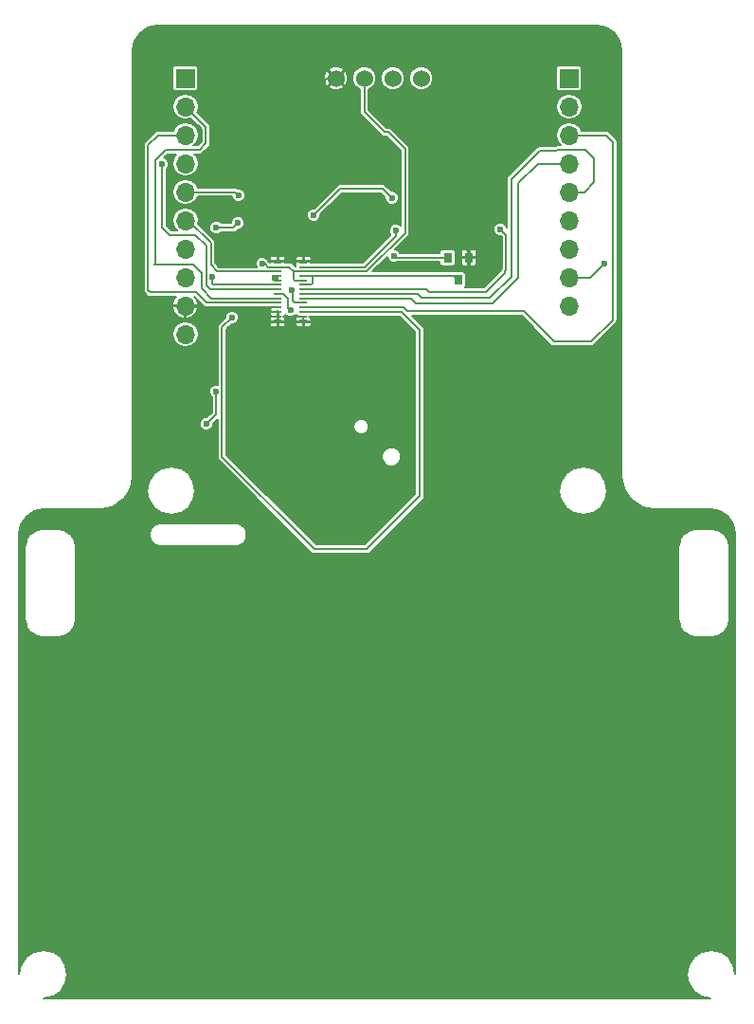
<source format=gbr>
G04 #@! TF.FileFunction,Copper,L2,Bot,Signal*
%FSLAX46Y46*%
G04 Gerber Fmt 4.6, Leading zero omitted, Abs format (unit mm)*
G04 Created by KiCad (PCBNEW 4.0.7) date 08/30/18 10:37:52*
%MOMM*%
%LPD*%
G01*
G04 APERTURE LIST*
%ADD10C,0.100000*%
%ADD11R,0.800000X0.900000*%
%ADD12R,0.800000X0.200000*%
%ADD13R,0.800000X0.400000*%
%ADD14R,1.700000X1.700000*%
%ADD15O,1.700000X1.700000*%
%ADD16C,1.524000*%
%ADD17C,0.600000*%
%ADD18C,0.200000*%
G04 APERTURE END LIST*
D10*
D11*
X130114000Y-71898000D03*
X132014000Y-71898000D03*
X131064000Y-73898000D03*
D12*
X114928000Y-72730000D03*
X114928000Y-73130000D03*
X114928000Y-73530000D03*
X114928000Y-73930000D03*
X114928000Y-74330000D03*
X114928000Y-74730000D03*
X114928000Y-75130000D03*
X114928000Y-75530000D03*
X114928000Y-75930000D03*
X114928000Y-76330000D03*
X114928000Y-76730000D03*
X114928000Y-77130000D03*
X117228000Y-77130000D03*
X117228000Y-76730000D03*
X117228000Y-76330000D03*
X117228000Y-75930000D03*
X117228000Y-75530000D03*
X117228000Y-75130000D03*
X117228000Y-74730000D03*
X117228000Y-74330000D03*
X117228000Y-73930000D03*
X117228000Y-73530000D03*
X117228000Y-73130000D03*
X117228000Y-72730000D03*
D13*
X114928000Y-72230000D03*
X114928000Y-77630000D03*
X117228000Y-77630000D03*
X117228000Y-72230000D03*
D14*
X140970000Y-55880000D03*
D15*
X140970000Y-58420000D03*
X140970000Y-60960000D03*
X140970000Y-63500000D03*
X140970000Y-66040000D03*
X140970000Y-68580000D03*
X140970000Y-71120000D03*
X140970000Y-73660000D03*
X140970000Y-76200000D03*
D14*
X106680000Y-55880000D03*
D15*
X106680000Y-58420000D03*
X106680000Y-60960000D03*
X106680000Y-63500000D03*
X106680000Y-66040000D03*
X106680000Y-68580000D03*
X106680000Y-71120000D03*
X106680000Y-73660000D03*
X106680000Y-76200000D03*
X106680000Y-78740000D03*
D16*
X120142000Y-55880000D03*
X122682000Y-55880000D03*
X125222000Y-55880000D03*
X127762000Y-55880000D03*
D17*
X109438440Y-83845400D03*
X108549440Y-86771480D03*
X113538000Y-72425560D03*
X125282960Y-67904360D03*
X126964440Y-67533520D03*
X116047520Y-72085200D03*
X114691160Y-73731120D03*
X115148360Y-78445360D03*
X113822480Y-83662520D03*
X134691120Y-72496680D03*
X109448600Y-69230240D03*
X111389160Y-68808600D03*
X118150640Y-68092320D03*
X125125480Y-66548000D03*
X125303280Y-71749920D03*
X109098080Y-73644760D03*
X104607360Y-63571120D03*
X116072920Y-76575920D03*
X110855760Y-77241400D03*
X111434880Y-66344800D03*
X116159280Y-74823320D03*
X134828280Y-69367400D03*
X125491240Y-69504560D03*
X144094200Y-72430640D03*
D18*
X109438440Y-85882480D02*
X109438440Y-83845400D01*
X108549440Y-86771480D02*
X109438440Y-85882480D01*
X116370960Y-73130000D02*
X116370960Y-73820880D01*
X116480080Y-73930000D02*
X117228000Y-73930000D01*
X116370960Y-73820880D02*
X116480080Y-73930000D01*
X114928000Y-72730000D02*
X115970960Y-72730000D01*
X116370960Y-73130000D02*
X117228000Y-73130000D01*
X115970960Y-72730000D02*
X116370960Y-73130000D01*
X113538000Y-72425560D02*
X113578640Y-72466200D01*
X113578640Y-72466200D02*
X113776760Y-72466200D01*
X113776760Y-72466200D02*
X114040560Y-72730000D01*
X114040560Y-72730000D02*
X114928000Y-72730000D01*
X117228000Y-73130000D02*
X122856400Y-73130000D01*
X122856400Y-73130000D02*
X126304040Y-69682360D01*
X126304040Y-69682360D02*
X126304040Y-62179200D01*
X126304040Y-62179200D02*
X124820680Y-60695840D01*
X124820680Y-60695840D02*
X124510800Y-60695840D01*
X124510800Y-60695840D02*
X122682000Y-58867040D01*
X122682000Y-58867040D02*
X122682000Y-55880000D01*
X132014000Y-71898000D02*
X132014000Y-71435000D01*
X122245120Y-72212200D02*
X117245800Y-72212200D01*
X123515120Y-70942200D02*
X122245120Y-72212200D01*
X123515120Y-69672200D02*
X123515120Y-70942200D01*
X125282960Y-67904360D02*
X123515120Y-69672200D01*
X126964440Y-69550280D02*
X126964440Y-67533520D01*
X127060960Y-69646800D02*
X126964440Y-69550280D01*
X130225800Y-69646800D02*
X127060960Y-69646800D01*
X132014000Y-71435000D02*
X130225800Y-69646800D01*
X117245800Y-72212200D02*
X117228000Y-72230000D01*
X116047520Y-72085200D02*
X115752880Y-72085200D01*
X115608080Y-72230000D02*
X114928000Y-72230000D01*
X115752880Y-72085200D02*
X115608080Y-72230000D01*
X116192320Y-72230000D02*
X117228000Y-72230000D01*
X116047520Y-72085200D02*
X116192320Y-72230000D01*
X115651280Y-77630000D02*
X115651280Y-77942440D01*
X114691160Y-73731120D02*
X114928000Y-73731120D01*
X115651280Y-77942440D02*
X115148360Y-78445360D01*
X114928000Y-73731120D02*
X114874040Y-73731120D01*
X114874040Y-73731120D02*
X114928000Y-73731120D01*
X114928000Y-73530000D02*
X114928000Y-73731120D01*
X114928000Y-73731120D02*
X114928000Y-73930000D01*
X114010440Y-77388720D02*
X114010440Y-83474560D01*
X114010440Y-83474560D02*
X113822480Y-83662520D01*
X117228000Y-77630000D02*
X117228000Y-77130000D01*
X114928000Y-77630000D02*
X115651280Y-77630000D01*
X115651280Y-77630000D02*
X117228000Y-77630000D01*
X114928000Y-77630000D02*
X114251720Y-77630000D01*
X113659920Y-77038200D02*
X113659920Y-76330000D01*
X114251720Y-77630000D02*
X114010440Y-77388720D01*
X114010440Y-77388720D02*
X113659920Y-77038200D01*
X114928000Y-77130000D02*
X114203840Y-77130000D01*
X113919000Y-76845160D02*
X113919000Y-76330000D01*
X114203840Y-77130000D02*
X113919000Y-76845160D01*
X114928000Y-76730000D02*
X114313560Y-76730000D01*
X114178080Y-76594520D02*
X114178080Y-76330000D01*
X114313560Y-76730000D02*
X114178080Y-76594520D01*
X114928000Y-76330000D02*
X114178080Y-76330000D01*
X114178080Y-76330000D02*
X113919000Y-76330000D01*
X113919000Y-76330000D02*
X113659920Y-76330000D01*
X113659920Y-76330000D02*
X106810000Y-76330000D01*
X106810000Y-76330000D02*
X106680000Y-76200000D01*
X117228000Y-72230000D02*
X117228000Y-57930400D01*
X117228000Y-57930400D02*
X119278400Y-55880000D01*
X119278400Y-55880000D02*
X120142000Y-55880000D01*
X134092440Y-71898000D02*
X132014000Y-71898000D01*
X134691120Y-72496680D02*
X134092440Y-71898000D01*
X130114000Y-71898000D02*
X125451360Y-71898000D01*
X110967520Y-69230240D02*
X109448600Y-69230240D01*
X111389160Y-68808600D02*
X110967520Y-69230240D01*
X120507760Y-65735200D02*
X118150640Y-68092320D01*
X124312680Y-65735200D02*
X120507760Y-65735200D01*
X125125480Y-66548000D02*
X124312680Y-65735200D01*
X125451360Y-71898000D02*
X125303280Y-71749920D01*
X117228000Y-74330000D02*
X117876880Y-74330000D01*
X118008400Y-74198480D02*
X118008400Y-73530000D01*
X117876880Y-74330000D02*
X118008400Y-74198480D01*
X117228000Y-73530000D02*
X118008400Y-73530000D01*
X118008400Y-73530000D02*
X130629200Y-73530000D01*
X130629200Y-73530000D02*
X130997200Y-73898000D01*
X130997200Y-73898000D02*
X131064000Y-73898000D01*
X114928000Y-73130000D02*
X109538360Y-73130000D01*
X108950760Y-70566280D02*
X106964480Y-68580000D01*
X108950760Y-72542400D02*
X108950760Y-70566280D01*
X109538360Y-73130000D02*
X108950760Y-72542400D01*
X106964480Y-68580000D02*
X106680000Y-68580000D01*
X114928000Y-74330000D02*
X109183880Y-74330000D01*
X109098080Y-74244200D02*
X109098080Y-73644760D01*
X109183880Y-74330000D02*
X109098080Y-74244200D01*
X114928000Y-74730000D02*
X108928560Y-74730000D01*
X104607360Y-69235320D02*
X104607360Y-63571120D01*
X105227120Y-69855080D02*
X104607360Y-69235320D01*
X107543600Y-69855080D02*
X105227120Y-69855080D01*
X108549440Y-70860920D02*
X107543600Y-69855080D01*
X108549440Y-74350880D02*
X108549440Y-70860920D01*
X108928560Y-74730000D02*
X108549440Y-74350880D01*
X114928000Y-75130000D02*
X115460120Y-75130000D01*
X115874800Y-76377800D02*
X116072920Y-76575920D01*
X115874800Y-75544680D02*
X115874800Y-76377800D01*
X115460120Y-75130000D02*
X115874800Y-75544680D01*
X114928000Y-75530000D02*
X109007200Y-75530000D01*
X108508800Y-60248800D02*
X106680000Y-58420000D01*
X108508800Y-61691520D02*
X108508800Y-60248800D01*
X107944920Y-62255400D02*
X108508800Y-61691520D01*
X104912160Y-62255400D02*
X107944920Y-62255400D01*
X103967280Y-63200280D02*
X104912160Y-62255400D01*
X103967280Y-72440800D02*
X103967280Y-63200280D01*
X103916480Y-72491600D02*
X103967280Y-72440800D01*
X107350560Y-72491600D02*
X103916480Y-72491600D01*
X108112560Y-73253600D02*
X107350560Y-72491600D01*
X108112560Y-74635360D02*
X108112560Y-73253600D01*
X109007200Y-75530000D02*
X108112560Y-74635360D01*
X114928000Y-75930000D02*
X108589320Y-75930000D01*
X104236520Y-60960000D02*
X106680000Y-60960000D01*
X103337360Y-61859160D02*
X104236520Y-60960000D01*
X103337360Y-74792840D02*
X103337360Y-61859160D01*
X103550720Y-75006200D02*
X103337360Y-74792840D01*
X107665520Y-75006200D02*
X103550720Y-75006200D01*
X108589320Y-75930000D02*
X107665520Y-75006200D01*
X117228000Y-76730000D02*
X125985680Y-76730000D01*
X109956600Y-78140560D02*
X110855760Y-77241400D01*
X109956600Y-89702640D02*
X109956600Y-78140560D01*
X118186200Y-97932240D02*
X109956600Y-89702640D01*
X122905520Y-97932240D02*
X118186200Y-97932240D01*
X127629920Y-93207840D02*
X122905520Y-97932240D01*
X127629920Y-78374240D02*
X127629920Y-93207840D01*
X125985680Y-76730000D02*
X127629920Y-78374240D01*
X117228000Y-76330000D02*
X126163880Y-76330000D01*
X144277080Y-60960000D02*
X140970000Y-60960000D01*
X144871440Y-61554360D02*
X144277080Y-60960000D01*
X144871440Y-77475080D02*
X144871440Y-61554360D01*
X142941040Y-79405480D02*
X144871440Y-77475080D01*
X139618720Y-79405480D02*
X142941040Y-79405480D01*
X136911080Y-76697840D02*
X139618720Y-79405480D01*
X126531720Y-76697840D02*
X136911080Y-76697840D01*
X126163880Y-76330000D02*
X126531720Y-76697840D01*
X117228000Y-75930000D02*
X116468400Y-75930000D01*
X111130080Y-66040000D02*
X106680000Y-66040000D01*
X111434880Y-66344800D02*
X111130080Y-66040000D01*
X116311680Y-74975720D02*
X116159280Y-74823320D01*
X116311680Y-75773280D02*
X116311680Y-74975720D01*
X116468400Y-75930000D02*
X116311680Y-75773280D01*
X117228000Y-75530000D02*
X126843080Y-75530000D01*
X138201400Y-63500000D02*
X140970000Y-63500000D01*
X136458960Y-65242440D02*
X138201400Y-63500000D01*
X136458960Y-73670160D02*
X136458960Y-65242440D01*
X134147560Y-75981560D02*
X136458960Y-73670160D01*
X127294640Y-75981560D02*
X134147560Y-75981560D01*
X126843080Y-75530000D02*
X127294640Y-75981560D01*
X117228000Y-75130000D02*
X127419760Y-75130000D01*
X142321280Y-66040000D02*
X140970000Y-66040000D01*
X143184880Y-65176400D02*
X142321280Y-66040000D01*
X143184880Y-63017400D02*
X143184880Y-65176400D01*
X142427960Y-62260480D02*
X143184880Y-63017400D01*
X139948920Y-62260480D02*
X142427960Y-62260480D01*
X139847320Y-62362080D02*
X139948920Y-62260480D01*
X138343640Y-62362080D02*
X139847320Y-62362080D01*
X135813800Y-64891920D02*
X138343640Y-62362080D01*
X135813800Y-73588880D02*
X135813800Y-64891920D01*
X133889800Y-75512880D02*
X135813800Y-73588880D01*
X127802640Y-75512880D02*
X133889800Y-75512880D01*
X127419760Y-75130000D02*
X127802640Y-75512880D01*
X117228000Y-74730000D02*
X128221080Y-74730000D01*
X135346440Y-69885560D02*
X134828280Y-69367400D01*
X135346440Y-73030080D02*
X135346440Y-69885560D01*
X135239760Y-73136760D02*
X135346440Y-73030080D01*
X135239760Y-73279000D02*
X135239760Y-73136760D01*
X133573520Y-74945240D02*
X135239760Y-73279000D01*
X128436320Y-74945240D02*
X133573520Y-74945240D01*
X128221080Y-74730000D02*
X128436320Y-74945240D01*
X117228000Y-72730000D02*
X122738240Y-72730000D01*
X125491240Y-69977000D02*
X125491240Y-69504560D01*
X122738240Y-72730000D02*
X125491240Y-69977000D01*
X144094200Y-72430640D02*
X142864840Y-73660000D01*
X142864840Y-73660000D02*
X140970000Y-73660000D01*
G36*
X144335697Y-51346588D02*
X145035691Y-51814309D01*
X145503412Y-52514303D01*
X145675000Y-53376932D01*
X145675000Y-91440000D01*
X145682206Y-91476226D01*
X145682206Y-91513159D01*
X145875552Y-92485175D01*
X145931545Y-92620355D01*
X146482148Y-93444390D01*
X146585610Y-93547852D01*
X147409645Y-94098455D01*
X147544825Y-94154449D01*
X147544830Y-94154449D01*
X148516841Y-94347794D01*
X148553774Y-94347794D01*
X148590000Y-94355000D01*
X153633068Y-94355000D01*
X154495697Y-94526588D01*
X155195691Y-94994309D01*
X155663412Y-95694303D01*
X155835000Y-96556932D01*
X155835000Y-135853068D01*
X155834352Y-135856324D01*
X155675790Y-135059175D01*
X155205165Y-134354835D01*
X154500825Y-133884210D01*
X153670000Y-133718949D01*
X152839175Y-133884210D01*
X152134835Y-134354835D01*
X151664210Y-135059175D01*
X151498949Y-135890000D01*
X151664210Y-136720825D01*
X152134835Y-137425165D01*
X152839175Y-137895790D01*
X153636324Y-138054352D01*
X153633068Y-138055000D01*
X94016932Y-138055000D01*
X94013676Y-138054352D01*
X94810825Y-137895790D01*
X95515165Y-137425165D01*
X95985790Y-136720825D01*
X96151051Y-135890000D01*
X95985790Y-135059175D01*
X95515165Y-134354835D01*
X94810825Y-133884210D01*
X93980000Y-133718949D01*
X93149175Y-133884210D01*
X92444835Y-134354835D01*
X91974210Y-135059175D01*
X91815648Y-135856324D01*
X91815000Y-135853068D01*
X91815000Y-97790000D01*
X92335000Y-97790000D01*
X92335000Y-104140000D01*
X92342206Y-104176226D01*
X92342206Y-104213159D01*
X92438878Y-104699166D01*
X92438878Y-104699167D01*
X92494872Y-104834347D01*
X92770172Y-105246364D01*
X92873635Y-105349827D01*
X93285652Y-105625127D01*
X93285653Y-105625128D01*
X93420833Y-105681121D01*
X93906841Y-105777794D01*
X93943774Y-105777794D01*
X93980000Y-105785000D01*
X95250000Y-105785000D01*
X95286226Y-105777794D01*
X95323159Y-105777794D01*
X95809166Y-105681122D01*
X95809167Y-105681122D01*
X95944347Y-105625128D01*
X96356364Y-105349828D01*
X96459827Y-105246365D01*
X96735128Y-104834347D01*
X96791121Y-104699167D01*
X96791121Y-104699166D01*
X96887794Y-104213159D01*
X96887794Y-104176226D01*
X96895000Y-104140000D01*
X96895000Y-97790000D01*
X96887794Y-97753774D01*
X96887794Y-97716841D01*
X96791121Y-97230833D01*
X96735128Y-97095653D01*
X96459827Y-96683635D01*
X96356364Y-96580172D01*
X96266310Y-96520000D01*
X103511000Y-96520000D01*
X103511000Y-96774000D01*
X103518205Y-96810222D01*
X103518205Y-96847159D01*
X103556875Y-97041562D01*
X103556875Y-97041563D01*
X103612868Y-97176742D01*
X103722989Y-97341550D01*
X103758591Y-97377151D01*
X103826451Y-97445011D01*
X103991258Y-97555132D01*
X104009500Y-97562688D01*
X104126438Y-97611126D01*
X104320842Y-97649795D01*
X104357778Y-97649795D01*
X104394000Y-97657000D01*
X111252000Y-97657000D01*
X111288222Y-97649795D01*
X111325159Y-97649795D01*
X111519562Y-97611125D01*
X111519563Y-97611125D01*
X111654742Y-97555132D01*
X111819550Y-97445011D01*
X111887409Y-97377151D01*
X111923011Y-97341549D01*
X112033132Y-97176742D01*
X112064790Y-97100313D01*
X112089126Y-97041562D01*
X112127795Y-96847158D01*
X112127795Y-96810222D01*
X112135000Y-96774000D01*
X112135000Y-96520000D01*
X112127795Y-96483778D01*
X112127795Y-96446842D01*
X112089126Y-96252438D01*
X112047608Y-96152206D01*
X112033132Y-96117258D01*
X111923011Y-95952451D01*
X111871280Y-95900720D01*
X111819550Y-95848989D01*
X111654742Y-95738868D01*
X111519563Y-95682875D01*
X111519562Y-95682875D01*
X111325159Y-95644205D01*
X111288222Y-95644205D01*
X111252000Y-95637000D01*
X104394000Y-95637000D01*
X104357778Y-95644205D01*
X104320842Y-95644205D01*
X104126438Y-95682874D01*
X104084613Y-95700199D01*
X103991258Y-95738868D01*
X103826451Y-95848989D01*
X103774721Y-95900719D01*
X103722989Y-95952450D01*
X103612868Y-96117258D01*
X103558350Y-96248878D01*
X103556875Y-96252438D01*
X103518205Y-96446841D01*
X103518205Y-96483778D01*
X103511000Y-96520000D01*
X96266310Y-96520000D01*
X95944347Y-96304872D01*
X95809167Y-96248878D01*
X95809166Y-96248878D01*
X95323159Y-96152206D01*
X95286226Y-96152206D01*
X95250000Y-96145000D01*
X93980000Y-96145000D01*
X93943774Y-96152206D01*
X93906841Y-96152206D01*
X93420833Y-96248879D01*
X93285653Y-96304872D01*
X92873635Y-96580173D01*
X92770172Y-96683636D01*
X92494872Y-97095653D01*
X92438878Y-97230833D01*
X92438878Y-97230834D01*
X92342206Y-97716841D01*
X92342206Y-97753774D01*
X92335000Y-97790000D01*
X91815000Y-97790000D01*
X91815000Y-96556932D01*
X91986588Y-95694303D01*
X92454309Y-94994309D01*
X93154303Y-94526588D01*
X94016932Y-94355000D01*
X99060000Y-94355000D01*
X99096226Y-94347794D01*
X99133159Y-94347794D01*
X100105175Y-94154448D01*
X100240355Y-94098455D01*
X101064390Y-93547852D01*
X101167852Y-93444390D01*
X101658556Y-92710000D01*
X103238949Y-92710000D01*
X103404210Y-93540825D01*
X103874835Y-94245165D01*
X104579175Y-94715790D01*
X105410000Y-94881051D01*
X106240825Y-94715790D01*
X106945165Y-94245165D01*
X107415790Y-93540825D01*
X107581051Y-92710000D01*
X107415790Y-91879175D01*
X106945165Y-91174835D01*
X106240825Y-90704210D01*
X105410000Y-90538949D01*
X104579175Y-90704210D01*
X103874835Y-91174835D01*
X103404210Y-91879175D01*
X103238949Y-92710000D01*
X101658556Y-92710000D01*
X101718455Y-92620355D01*
X101774449Y-92485175D01*
X101774449Y-92485170D01*
X101967794Y-91513159D01*
X101967794Y-91476226D01*
X101975000Y-91440000D01*
X101975000Y-78740000D01*
X105507470Y-78740000D01*
X105595009Y-79180086D01*
X105844297Y-79553173D01*
X106217384Y-79802461D01*
X106657470Y-79890000D01*
X106702530Y-79890000D01*
X107142616Y-79802461D01*
X107515703Y-79553173D01*
X107764991Y-79180086D01*
X107852530Y-78740000D01*
X107764991Y-78299914D01*
X107515703Y-77926827D01*
X107142616Y-77677539D01*
X106702530Y-77590000D01*
X106657470Y-77590000D01*
X106217384Y-77677539D01*
X105844297Y-77926827D01*
X105595009Y-78299914D01*
X105507470Y-78740000D01*
X101975000Y-78740000D01*
X101975000Y-76429114D01*
X105553054Y-76429114D01*
X105721117Y-76834866D01*
X106037060Y-77153488D01*
X106450885Y-77326950D01*
X106630000Y-77273917D01*
X106630000Y-76250000D01*
X106730000Y-76250000D01*
X106730000Y-77273917D01*
X106909115Y-77326950D01*
X107322940Y-77153488D01*
X107638883Y-76834866D01*
X107806946Y-76429114D01*
X107753837Y-76250000D01*
X106730000Y-76250000D01*
X106630000Y-76250000D01*
X105606163Y-76250000D01*
X105553054Y-76429114D01*
X101975000Y-76429114D01*
X101975000Y-61859160D01*
X102937360Y-61859160D01*
X102937360Y-74792840D01*
X102967808Y-74945914D01*
X103054517Y-75075683D01*
X103267875Y-75289040D01*
X103267877Y-75289043D01*
X103393947Y-75373280D01*
X103397647Y-75375752D01*
X103550720Y-75406201D01*
X103550725Y-75406200D01*
X105878715Y-75406200D01*
X105721117Y-75565134D01*
X105553054Y-75970886D01*
X105606163Y-76150000D01*
X106630000Y-76150000D01*
X106630000Y-76130000D01*
X106730000Y-76130000D01*
X106730000Y-76150000D01*
X107753837Y-76150000D01*
X107806946Y-75970886D01*
X107638883Y-75565134D01*
X107481285Y-75406200D01*
X107499834Y-75406200D01*
X108306475Y-76212840D01*
X108306477Y-76212843D01*
X108436247Y-76299552D01*
X108589320Y-76330000D01*
X114468327Y-76330000D01*
X114358064Y-76375672D01*
X114353736Y-76380000D01*
X114303000Y-76380000D01*
X114228000Y-76455000D01*
X114228000Y-76489674D01*
X114244703Y-76530000D01*
X114228000Y-76570326D01*
X114228000Y-76605000D01*
X114303000Y-76680000D01*
X114353736Y-76680000D01*
X114358064Y-76684328D01*
X114468327Y-76730000D01*
X114358064Y-76775672D01*
X114353736Y-76780000D01*
X114303000Y-76780000D01*
X114228000Y-76855000D01*
X114228000Y-76889674D01*
X114244703Y-76930000D01*
X114228000Y-76970326D01*
X114228000Y-77005000D01*
X114303000Y-77080000D01*
X114353736Y-77080000D01*
X114358064Y-77084328D01*
X114468327Y-77130000D01*
X114358064Y-77175672D01*
X114353736Y-77180000D01*
X114303000Y-77180000D01*
X114228000Y-77255000D01*
X114228000Y-77289674D01*
X114244703Y-77330000D01*
X114228000Y-77370326D01*
X114228000Y-77505000D01*
X114303000Y-77580000D01*
X114878000Y-77580000D01*
X114878000Y-77180000D01*
X114853000Y-77180000D01*
X114803000Y-77130000D01*
X114853000Y-77080000D01*
X114878000Y-77080000D01*
X114878000Y-76780000D01*
X114853000Y-76780000D01*
X114803000Y-76730000D01*
X114853000Y-76680000D01*
X114878000Y-76680000D01*
X114878000Y-76660000D01*
X114978000Y-76660000D01*
X114978000Y-76680000D01*
X114998000Y-76680000D01*
X114998000Y-76780000D01*
X114978000Y-76780000D01*
X114978000Y-77080000D01*
X115003000Y-77080000D01*
X115053000Y-77130000D01*
X115003000Y-77180000D01*
X114978000Y-77180000D01*
X114978000Y-77580000D01*
X115553000Y-77580000D01*
X115628000Y-77505000D01*
X115628000Y-77370326D01*
X115611297Y-77330000D01*
X115628000Y-77289674D01*
X115628000Y-77255000D01*
X115553000Y-77180000D01*
X115502264Y-77180000D01*
X115497936Y-77175672D01*
X115387673Y-77130000D01*
X115497936Y-77084328D01*
X115502264Y-77080000D01*
X115553000Y-77080000D01*
X115628000Y-77005000D01*
X115628000Y-76979493D01*
X115732603Y-77084279D01*
X115953049Y-77175816D01*
X116191744Y-77176024D01*
X116412349Y-77084872D01*
X116528638Y-76968786D01*
X116528000Y-76970326D01*
X116528000Y-77005000D01*
X116603000Y-77080000D01*
X116662488Y-77080000D01*
X116708997Y-77111778D01*
X116798979Y-77130000D01*
X116768327Y-77130000D01*
X116658064Y-77175672D01*
X116653736Y-77180000D01*
X116603000Y-77180000D01*
X116528000Y-77255000D01*
X116528000Y-77289674D01*
X116544703Y-77330000D01*
X116528000Y-77370326D01*
X116528000Y-77505000D01*
X116603000Y-77580000D01*
X117178000Y-77580000D01*
X117178000Y-77560000D01*
X117278000Y-77560000D01*
X117278000Y-77580000D01*
X117853000Y-77580000D01*
X117928000Y-77505000D01*
X117928000Y-77370326D01*
X117911297Y-77330000D01*
X117928000Y-77289674D01*
X117928000Y-77255000D01*
X117853000Y-77180000D01*
X117802264Y-77180000D01*
X117797936Y-77175672D01*
X117687673Y-77130000D01*
X125819994Y-77130000D01*
X127229920Y-78539925D01*
X127229920Y-93042155D01*
X122739834Y-97532240D01*
X118351886Y-97532240D01*
X110669782Y-89850136D01*
X124242063Y-89850136D01*
X124371195Y-90162659D01*
X124610095Y-90401976D01*
X124922393Y-90531654D01*
X125260544Y-90531949D01*
X125573067Y-90402817D01*
X125812384Y-90163917D01*
X125942062Y-89851619D01*
X125942357Y-89513468D01*
X125813225Y-89200945D01*
X125574325Y-88961628D01*
X125262027Y-88831950D01*
X124923876Y-88831655D01*
X124611353Y-88960787D01*
X124372036Y-89199687D01*
X124242358Y-89511985D01*
X124242063Y-89850136D01*
X110669782Y-89850136D01*
X110356600Y-89536954D01*
X110356600Y-87129463D01*
X121725086Y-87129463D01*
X121828392Y-87379482D01*
X122019512Y-87570936D01*
X122269350Y-87674678D01*
X122539871Y-87674914D01*
X122789890Y-87571608D01*
X122981344Y-87380488D01*
X123085086Y-87130650D01*
X123085322Y-86860129D01*
X122982016Y-86610110D01*
X122790896Y-86418656D01*
X122541058Y-86314914D01*
X122270537Y-86314678D01*
X122020518Y-86417984D01*
X121829064Y-86609104D01*
X121725322Y-86858942D01*
X121725086Y-87129463D01*
X110356600Y-87129463D01*
X110356600Y-78306246D01*
X110821475Y-77841371D01*
X110974584Y-77841504D01*
X111183939Y-77755000D01*
X114228000Y-77755000D01*
X114228000Y-77889674D01*
X114273672Y-77999937D01*
X114358064Y-78084328D01*
X114468327Y-78130000D01*
X114803000Y-78130000D01*
X114878000Y-78055000D01*
X114878000Y-77680000D01*
X114978000Y-77680000D01*
X114978000Y-78055000D01*
X115053000Y-78130000D01*
X115387673Y-78130000D01*
X115497936Y-78084328D01*
X115582328Y-77999937D01*
X115628000Y-77889674D01*
X115628000Y-77755000D01*
X116528000Y-77755000D01*
X116528000Y-77889674D01*
X116573672Y-77999937D01*
X116658064Y-78084328D01*
X116768327Y-78130000D01*
X117103000Y-78130000D01*
X117178000Y-78055000D01*
X117178000Y-77680000D01*
X117278000Y-77680000D01*
X117278000Y-78055000D01*
X117353000Y-78130000D01*
X117687673Y-78130000D01*
X117797936Y-78084328D01*
X117882328Y-77999937D01*
X117928000Y-77889674D01*
X117928000Y-77755000D01*
X117853000Y-77680000D01*
X117278000Y-77680000D01*
X117178000Y-77680000D01*
X116603000Y-77680000D01*
X116528000Y-77755000D01*
X115628000Y-77755000D01*
X115553000Y-77680000D01*
X114978000Y-77680000D01*
X114878000Y-77680000D01*
X114303000Y-77680000D01*
X114228000Y-77755000D01*
X111183939Y-77755000D01*
X111195189Y-77750352D01*
X111364119Y-77581717D01*
X111455656Y-77361271D01*
X111455864Y-77122576D01*
X111364712Y-76901971D01*
X111196077Y-76733041D01*
X110975631Y-76641504D01*
X110736936Y-76641296D01*
X110516331Y-76732448D01*
X110347401Y-76901083D01*
X110255864Y-77121529D01*
X110255730Y-77275744D01*
X109673757Y-77857717D01*
X109587048Y-77987486D01*
X109556600Y-78140560D01*
X109556600Y-83245503D01*
X109319616Y-83245296D01*
X109099011Y-83336448D01*
X108930081Y-83505083D01*
X108838544Y-83725529D01*
X108838336Y-83964224D01*
X108929488Y-84184829D01*
X109038440Y-84293972D01*
X109038440Y-85716794D01*
X108583725Y-86171509D01*
X108430616Y-86171376D01*
X108210011Y-86262528D01*
X108041081Y-86431163D01*
X107949544Y-86651609D01*
X107949336Y-86890304D01*
X108040488Y-87110909D01*
X108209123Y-87279839D01*
X108429569Y-87371376D01*
X108668264Y-87371584D01*
X108888869Y-87280432D01*
X109057799Y-87111797D01*
X109149336Y-86891351D01*
X109149470Y-86737136D01*
X109556600Y-86330006D01*
X109556600Y-89702640D01*
X109587048Y-89855714D01*
X109673757Y-89985483D01*
X117903357Y-98215083D01*
X118033126Y-98301792D01*
X118186200Y-98332240D01*
X122905520Y-98332240D01*
X123058594Y-98301792D01*
X123188363Y-98215083D01*
X123613445Y-97790000D01*
X150755000Y-97790000D01*
X150755000Y-104140000D01*
X150762206Y-104176226D01*
X150762206Y-104213159D01*
X150858878Y-104699166D01*
X150858878Y-104699167D01*
X150914872Y-104834347D01*
X151190172Y-105246364D01*
X151293635Y-105349827D01*
X151705652Y-105625127D01*
X151705653Y-105625128D01*
X151840833Y-105681121D01*
X152326841Y-105777794D01*
X152363774Y-105777794D01*
X152400000Y-105785000D01*
X153670000Y-105785000D01*
X153706226Y-105777794D01*
X153743159Y-105777794D01*
X154229166Y-105681122D01*
X154229167Y-105681122D01*
X154364347Y-105625128D01*
X154776364Y-105349828D01*
X154879827Y-105246365D01*
X155155128Y-104834347D01*
X155211121Y-104699167D01*
X155211121Y-104699166D01*
X155307794Y-104213159D01*
X155307794Y-104176226D01*
X155315000Y-104140000D01*
X155315000Y-97790000D01*
X155307794Y-97753774D01*
X155307794Y-97716841D01*
X155211121Y-97230833D01*
X155155128Y-97095653D01*
X154879827Y-96683635D01*
X154776364Y-96580172D01*
X154364347Y-96304872D01*
X154229167Y-96248878D01*
X154229166Y-96248878D01*
X153743159Y-96152206D01*
X153706226Y-96152206D01*
X153670000Y-96145000D01*
X152400000Y-96145000D01*
X152363774Y-96152206D01*
X152326841Y-96152206D01*
X151840833Y-96248879D01*
X151705653Y-96304872D01*
X151293635Y-96580173D01*
X151190172Y-96683636D01*
X150914872Y-97095653D01*
X150858878Y-97230833D01*
X150858878Y-97230834D01*
X150762206Y-97716841D01*
X150762206Y-97753774D01*
X150755000Y-97790000D01*
X123613445Y-97790000D01*
X127912760Y-93490685D01*
X127912763Y-93490683D01*
X127999472Y-93360913D01*
X128029921Y-93207840D01*
X128029920Y-93207835D01*
X128029920Y-92710000D01*
X140068949Y-92710000D01*
X140234210Y-93540825D01*
X140704835Y-94245165D01*
X141409175Y-94715790D01*
X142240000Y-94881051D01*
X143070825Y-94715790D01*
X143775165Y-94245165D01*
X144245790Y-93540825D01*
X144411051Y-92710000D01*
X144245790Y-91879175D01*
X143775165Y-91174835D01*
X143070825Y-90704210D01*
X142240000Y-90538949D01*
X141409175Y-90704210D01*
X140704835Y-91174835D01*
X140234210Y-91879175D01*
X140068949Y-92710000D01*
X128029920Y-92710000D01*
X128029920Y-78374245D01*
X128029921Y-78374240D01*
X127999472Y-78221167D01*
X127945612Y-78140560D01*
X127912763Y-78091397D01*
X127912760Y-78091395D01*
X126919206Y-77097840D01*
X136745394Y-77097840D01*
X139335877Y-79688323D01*
X139465646Y-79775032D01*
X139618720Y-79805480D01*
X142941040Y-79805480D01*
X143094114Y-79775032D01*
X143223883Y-79688323D01*
X145154283Y-77757923D01*
X145240992Y-77628154D01*
X145271441Y-77475080D01*
X145271440Y-77475075D01*
X145271440Y-61554360D01*
X145240992Y-61401287D01*
X145240992Y-61401286D01*
X145154283Y-61271517D01*
X144559923Y-60677157D01*
X144430154Y-60590448D01*
X144277080Y-60560000D01*
X142062965Y-60560000D01*
X142054991Y-60519914D01*
X141805703Y-60146827D01*
X141432616Y-59897539D01*
X140992530Y-59810000D01*
X140947470Y-59810000D01*
X140507384Y-59897539D01*
X140134297Y-60146827D01*
X139885009Y-60519914D01*
X139797470Y-60960000D01*
X139885009Y-61400086D01*
X140134297Y-61773173D01*
X140264962Y-61860480D01*
X139948920Y-61860480D01*
X139795846Y-61890928D01*
X139689360Y-61962080D01*
X138343640Y-61962080D01*
X138190566Y-61992528D01*
X138060797Y-62079237D01*
X135530957Y-64609077D01*
X135444248Y-64738846D01*
X135444248Y-64738847D01*
X135413800Y-64891920D01*
X135413800Y-69213280D01*
X135337232Y-69027971D01*
X135168597Y-68859041D01*
X134948151Y-68767504D01*
X134709456Y-68767296D01*
X134488851Y-68858448D01*
X134319921Y-69027083D01*
X134228384Y-69247529D01*
X134228176Y-69486224D01*
X134319328Y-69706829D01*
X134487963Y-69875759D01*
X134708409Y-69967296D01*
X134862624Y-69967430D01*
X134946440Y-70051246D01*
X134946440Y-72869597D01*
X134870208Y-72983686D01*
X134858039Y-73044864D01*
X134845582Y-73107492D01*
X133407834Y-74545240D01*
X131692321Y-74545240D01*
X131745778Y-74467003D01*
X131769877Y-74348000D01*
X131769877Y-73448000D01*
X131748958Y-73336827D01*
X131683255Y-73234721D01*
X131583003Y-73166222D01*
X131464000Y-73142123D01*
X130690147Y-73142123D01*
X130629200Y-73130000D01*
X123422086Y-73130000D01*
X124703193Y-71848893D01*
X124703176Y-71868744D01*
X124794328Y-72089349D01*
X124962963Y-72258279D01*
X125183409Y-72349816D01*
X125422104Y-72350024D01*
X125548012Y-72298000D01*
X129408123Y-72298000D01*
X129408123Y-72348000D01*
X129429042Y-72459173D01*
X129494745Y-72561279D01*
X129594997Y-72629778D01*
X129714000Y-72653877D01*
X130514000Y-72653877D01*
X130625173Y-72632958D01*
X130727279Y-72567255D01*
X130795778Y-72467003D01*
X130819877Y-72348000D01*
X130819877Y-72023000D01*
X131314000Y-72023000D01*
X131314000Y-72407674D01*
X131359672Y-72517937D01*
X131444064Y-72602328D01*
X131554327Y-72648000D01*
X131889000Y-72648000D01*
X131964000Y-72573000D01*
X131964000Y-71948000D01*
X132064000Y-71948000D01*
X132064000Y-72573000D01*
X132139000Y-72648000D01*
X132473673Y-72648000D01*
X132583936Y-72602328D01*
X132668328Y-72517937D01*
X132714000Y-72407674D01*
X132714000Y-72023000D01*
X132639000Y-71948000D01*
X132064000Y-71948000D01*
X131964000Y-71948000D01*
X131389000Y-71948000D01*
X131314000Y-72023000D01*
X130819877Y-72023000D01*
X130819877Y-71448000D01*
X130808649Y-71388326D01*
X131314000Y-71388326D01*
X131314000Y-71773000D01*
X131389000Y-71848000D01*
X131964000Y-71848000D01*
X131964000Y-71223000D01*
X132064000Y-71223000D01*
X132064000Y-71848000D01*
X132639000Y-71848000D01*
X132714000Y-71773000D01*
X132714000Y-71388326D01*
X132668328Y-71278063D01*
X132583936Y-71193672D01*
X132473673Y-71148000D01*
X132139000Y-71148000D01*
X132064000Y-71223000D01*
X131964000Y-71223000D01*
X131889000Y-71148000D01*
X131554327Y-71148000D01*
X131444064Y-71193672D01*
X131359672Y-71278063D01*
X131314000Y-71388326D01*
X130808649Y-71388326D01*
X130798958Y-71336827D01*
X130733255Y-71234721D01*
X130633003Y-71166222D01*
X130514000Y-71142123D01*
X129714000Y-71142123D01*
X129602827Y-71163042D01*
X129500721Y-71228745D01*
X129432222Y-71328997D01*
X129408123Y-71448000D01*
X129408123Y-71498000D01*
X125848390Y-71498000D01*
X125812232Y-71410491D01*
X125643597Y-71241561D01*
X125423151Y-71150024D01*
X125402080Y-71150006D01*
X126586883Y-69965203D01*
X126673592Y-69835434D01*
X126704040Y-69682360D01*
X126704040Y-62179205D01*
X126704041Y-62179200D01*
X126673592Y-62026126D01*
X126586883Y-61896357D01*
X125103523Y-60412997D01*
X124973754Y-60326288D01*
X124820680Y-60295840D01*
X124676486Y-60295840D01*
X123082000Y-58701354D01*
X123082000Y-58420000D01*
X139797470Y-58420000D01*
X139885009Y-58860086D01*
X140134297Y-59233173D01*
X140507384Y-59482461D01*
X140947470Y-59570000D01*
X140992530Y-59570000D01*
X141432616Y-59482461D01*
X141805703Y-59233173D01*
X142054991Y-58860086D01*
X142142530Y-58420000D01*
X142054991Y-57979914D01*
X141805703Y-57606827D01*
X141432616Y-57357539D01*
X140992530Y-57270000D01*
X140947470Y-57270000D01*
X140507384Y-57357539D01*
X140134297Y-57606827D01*
X139885009Y-57979914D01*
X139797470Y-58420000D01*
X123082000Y-58420000D01*
X123082000Y-56863809D01*
X123282789Y-56780845D01*
X123581795Y-56482360D01*
X123743815Y-56092172D01*
X123743816Y-56090318D01*
X124159816Y-56090318D01*
X124321155Y-56480789D01*
X124619640Y-56779795D01*
X125009828Y-56941815D01*
X125432318Y-56942184D01*
X125822789Y-56780845D01*
X126121795Y-56482360D01*
X126283815Y-56092172D01*
X126283816Y-56090318D01*
X126699816Y-56090318D01*
X126861155Y-56480789D01*
X127159640Y-56779795D01*
X127549828Y-56941815D01*
X127972318Y-56942184D01*
X128362789Y-56780845D01*
X128661795Y-56482360D01*
X128823815Y-56092172D01*
X128824184Y-55669682D01*
X128662845Y-55279211D01*
X128414069Y-55030000D01*
X139814123Y-55030000D01*
X139814123Y-56730000D01*
X139835042Y-56841173D01*
X139900745Y-56943279D01*
X140000997Y-57011778D01*
X140120000Y-57035877D01*
X141820000Y-57035877D01*
X141931173Y-57014958D01*
X142033279Y-56949255D01*
X142101778Y-56849003D01*
X142125877Y-56730000D01*
X142125877Y-55030000D01*
X142104958Y-54918827D01*
X142039255Y-54816721D01*
X141939003Y-54748222D01*
X141820000Y-54724123D01*
X140120000Y-54724123D01*
X140008827Y-54745042D01*
X139906721Y-54810745D01*
X139838222Y-54910997D01*
X139814123Y-55030000D01*
X128414069Y-55030000D01*
X128364360Y-54980205D01*
X127974172Y-54818185D01*
X127551682Y-54817816D01*
X127161211Y-54979155D01*
X126862205Y-55277640D01*
X126700185Y-55667828D01*
X126699816Y-56090318D01*
X126283816Y-56090318D01*
X126284184Y-55669682D01*
X126122845Y-55279211D01*
X125824360Y-54980205D01*
X125434172Y-54818185D01*
X125011682Y-54817816D01*
X124621211Y-54979155D01*
X124322205Y-55277640D01*
X124160185Y-55667828D01*
X124159816Y-56090318D01*
X123743816Y-56090318D01*
X123744184Y-55669682D01*
X123582845Y-55279211D01*
X123284360Y-54980205D01*
X122894172Y-54818185D01*
X122471682Y-54817816D01*
X122081211Y-54979155D01*
X121782205Y-55277640D01*
X121620185Y-55667828D01*
X121619816Y-56090318D01*
X121781155Y-56480789D01*
X122079640Y-56779795D01*
X122282000Y-56863822D01*
X122282000Y-58867040D01*
X122312448Y-59020114D01*
X122399157Y-59149883D01*
X124227957Y-60978683D01*
X124357726Y-61065392D01*
X124510800Y-61095841D01*
X124510805Y-61095840D01*
X124654994Y-61095840D01*
X125904040Y-62344886D01*
X125904040Y-69068811D01*
X125831557Y-68996201D01*
X125611111Y-68904664D01*
X125372416Y-68904456D01*
X125151811Y-68995608D01*
X124982881Y-69164243D01*
X124891344Y-69384689D01*
X124891136Y-69623384D01*
X124982288Y-69843989D01*
X125020393Y-69882161D01*
X122572554Y-72330000D01*
X117903000Y-72330000D01*
X117853000Y-72280000D01*
X117278000Y-72280000D01*
X117278000Y-72300000D01*
X117178000Y-72300000D01*
X117178000Y-72280000D01*
X116603000Y-72280000D01*
X116528000Y-72355000D01*
X116528000Y-72489674D01*
X116543139Y-72526222D01*
X116522123Y-72630000D01*
X116522123Y-72715478D01*
X116253803Y-72447157D01*
X116124034Y-72360448D01*
X115970960Y-72330000D01*
X115603000Y-72330000D01*
X115553000Y-72280000D01*
X114978000Y-72280000D01*
X114978000Y-72300000D01*
X114878000Y-72300000D01*
X114878000Y-72280000D01*
X114303000Y-72280000D01*
X114253000Y-72330000D01*
X114206245Y-72330000D01*
X114106504Y-72230258D01*
X114046952Y-72086131D01*
X113931350Y-71970326D01*
X114228000Y-71970326D01*
X114228000Y-72105000D01*
X114303000Y-72180000D01*
X114878000Y-72180000D01*
X114878000Y-71805000D01*
X114978000Y-71805000D01*
X114978000Y-72180000D01*
X115553000Y-72180000D01*
X115628000Y-72105000D01*
X115628000Y-71970326D01*
X116528000Y-71970326D01*
X116528000Y-72105000D01*
X116603000Y-72180000D01*
X117178000Y-72180000D01*
X117178000Y-71805000D01*
X117278000Y-71805000D01*
X117278000Y-72180000D01*
X117853000Y-72180000D01*
X117928000Y-72105000D01*
X117928000Y-71970326D01*
X117882328Y-71860063D01*
X117797936Y-71775672D01*
X117687673Y-71730000D01*
X117353000Y-71730000D01*
X117278000Y-71805000D01*
X117178000Y-71805000D01*
X117103000Y-71730000D01*
X116768327Y-71730000D01*
X116658064Y-71775672D01*
X116573672Y-71860063D01*
X116528000Y-71970326D01*
X115628000Y-71970326D01*
X115582328Y-71860063D01*
X115497936Y-71775672D01*
X115387673Y-71730000D01*
X115053000Y-71730000D01*
X114978000Y-71805000D01*
X114878000Y-71805000D01*
X114803000Y-71730000D01*
X114468327Y-71730000D01*
X114358064Y-71775672D01*
X114273672Y-71860063D01*
X114228000Y-71970326D01*
X113931350Y-71970326D01*
X113878317Y-71917201D01*
X113657871Y-71825664D01*
X113419176Y-71825456D01*
X113198571Y-71916608D01*
X113029641Y-72085243D01*
X112938104Y-72305689D01*
X112937896Y-72544384D01*
X113014591Y-72730000D01*
X109704046Y-72730000D01*
X109350760Y-72376714D01*
X109350760Y-70566280D01*
X109320312Y-70413207D01*
X109320312Y-70413206D01*
X109233603Y-70283437D01*
X108299230Y-69349064D01*
X108848496Y-69349064D01*
X108939648Y-69569669D01*
X109108283Y-69738599D01*
X109328729Y-69830136D01*
X109567424Y-69830344D01*
X109788029Y-69739192D01*
X109897172Y-69630240D01*
X110967520Y-69630240D01*
X111120594Y-69599792D01*
X111250363Y-69513083D01*
X111354875Y-69408571D01*
X111507984Y-69408704D01*
X111728589Y-69317552D01*
X111897519Y-69148917D01*
X111989056Y-68928471D01*
X111989264Y-68689776D01*
X111898112Y-68469171D01*
X111729477Y-68300241D01*
X111514908Y-68211144D01*
X117550536Y-68211144D01*
X117641688Y-68431749D01*
X117810323Y-68600679D01*
X118030769Y-68692216D01*
X118269464Y-68692424D01*
X118490069Y-68601272D01*
X118658999Y-68432637D01*
X118750536Y-68212191D01*
X118750670Y-68057976D01*
X120673446Y-66135200D01*
X124146994Y-66135200D01*
X124525509Y-66513715D01*
X124525376Y-66666824D01*
X124616528Y-66887429D01*
X124785163Y-67056359D01*
X125005609Y-67147896D01*
X125244304Y-67148104D01*
X125464909Y-67056952D01*
X125633839Y-66888317D01*
X125725376Y-66667871D01*
X125725584Y-66429176D01*
X125634432Y-66208571D01*
X125465797Y-66039641D01*
X125245351Y-65948104D01*
X125091136Y-65947970D01*
X124595523Y-65452357D01*
X124465754Y-65365648D01*
X124312680Y-65335200D01*
X120507760Y-65335200D01*
X120354686Y-65365648D01*
X120224917Y-65452357D01*
X118184925Y-67492349D01*
X118031816Y-67492216D01*
X117811211Y-67583368D01*
X117642281Y-67752003D01*
X117550744Y-67972449D01*
X117550536Y-68211144D01*
X111514908Y-68211144D01*
X111509031Y-68208704D01*
X111270336Y-68208496D01*
X111049731Y-68299648D01*
X110880801Y-68468283D01*
X110789264Y-68688729D01*
X110789141Y-68830240D01*
X109897087Y-68830240D01*
X109788917Y-68721881D01*
X109568471Y-68630344D01*
X109329776Y-68630136D01*
X109109171Y-68721288D01*
X108940241Y-68889923D01*
X108848704Y-69110369D01*
X108848496Y-69349064D01*
X108299230Y-69349064D01*
X107799046Y-68848880D01*
X107852530Y-68580000D01*
X107764991Y-68139914D01*
X107515703Y-67766827D01*
X107142616Y-67517539D01*
X106702530Y-67430000D01*
X106657470Y-67430000D01*
X106217384Y-67517539D01*
X105844297Y-67766827D01*
X105595009Y-68139914D01*
X105507470Y-68580000D01*
X105595009Y-69020086D01*
X105844297Y-69393173D01*
X105936948Y-69455080D01*
X105392806Y-69455080D01*
X105007360Y-69069634D01*
X105007360Y-66040000D01*
X105507470Y-66040000D01*
X105595009Y-66480086D01*
X105844297Y-66853173D01*
X106217384Y-67102461D01*
X106657470Y-67190000D01*
X106702530Y-67190000D01*
X107142616Y-67102461D01*
X107515703Y-66853173D01*
X107764991Y-66480086D01*
X107772965Y-66440000D01*
X110834797Y-66440000D01*
X110834776Y-66463624D01*
X110925928Y-66684229D01*
X111094563Y-66853159D01*
X111315009Y-66944696D01*
X111553704Y-66944904D01*
X111774309Y-66853752D01*
X111943239Y-66685117D01*
X112034776Y-66464671D01*
X112034984Y-66225976D01*
X111943832Y-66005371D01*
X111775197Y-65836441D01*
X111554751Y-65744904D01*
X111394376Y-65744764D01*
X111283154Y-65670448D01*
X111130080Y-65640000D01*
X107772965Y-65640000D01*
X107764991Y-65599914D01*
X107515703Y-65226827D01*
X107142616Y-64977539D01*
X106702530Y-64890000D01*
X106657470Y-64890000D01*
X106217384Y-64977539D01*
X105844297Y-65226827D01*
X105595009Y-65599914D01*
X105507470Y-66040000D01*
X105007360Y-66040000D01*
X105007360Y-64019607D01*
X105115719Y-63911437D01*
X105207256Y-63690991D01*
X105207464Y-63452296D01*
X105116312Y-63231691D01*
X104947677Y-63062761D01*
X104751814Y-62981432D01*
X105077846Y-62655400D01*
X105891331Y-62655400D01*
X105844297Y-62686827D01*
X105595009Y-63059914D01*
X105507470Y-63500000D01*
X105595009Y-63940086D01*
X105844297Y-64313173D01*
X106217384Y-64562461D01*
X106657470Y-64650000D01*
X106702530Y-64650000D01*
X107142616Y-64562461D01*
X107515703Y-64313173D01*
X107764991Y-63940086D01*
X107852530Y-63500000D01*
X107764991Y-63059914D01*
X107515703Y-62686827D01*
X107468669Y-62655400D01*
X107944920Y-62655400D01*
X108097994Y-62624952D01*
X108227763Y-62538243D01*
X108791643Y-61974363D01*
X108878352Y-61844594D01*
X108908801Y-61691520D01*
X108908800Y-61691515D01*
X108908800Y-60248805D01*
X108908801Y-60248800D01*
X108878352Y-60095726D01*
X108791643Y-59965957D01*
X107733260Y-58907574D01*
X107764991Y-58860086D01*
X107852530Y-58420000D01*
X107764991Y-57979914D01*
X107515703Y-57606827D01*
X107142616Y-57357539D01*
X106702530Y-57270000D01*
X106657470Y-57270000D01*
X106217384Y-57357539D01*
X105844297Y-57606827D01*
X105595009Y-57979914D01*
X105507470Y-58420000D01*
X105595009Y-58860086D01*
X105844297Y-59233173D01*
X106217384Y-59482461D01*
X106657470Y-59570000D01*
X106702530Y-59570000D01*
X107142616Y-59482461D01*
X107163093Y-59468779D01*
X108108800Y-60414486D01*
X108108800Y-61525834D01*
X107779234Y-61855400D01*
X107392641Y-61855400D01*
X107515703Y-61773173D01*
X107764991Y-61400086D01*
X107852530Y-60960000D01*
X107764991Y-60519914D01*
X107515703Y-60146827D01*
X107142616Y-59897539D01*
X106702530Y-59810000D01*
X106657470Y-59810000D01*
X106217384Y-59897539D01*
X105844297Y-60146827D01*
X105595009Y-60519914D01*
X105587035Y-60560000D01*
X104236520Y-60560000D01*
X104083447Y-60590448D01*
X103996115Y-60648801D01*
X103953677Y-60677157D01*
X103054517Y-61576317D01*
X102967808Y-61706086D01*
X102940258Y-61844593D01*
X102937360Y-61859160D01*
X101975000Y-61859160D01*
X101975000Y-55030000D01*
X105524123Y-55030000D01*
X105524123Y-56730000D01*
X105545042Y-56841173D01*
X105610745Y-56943279D01*
X105710997Y-57011778D01*
X105830000Y-57035877D01*
X107530000Y-57035877D01*
X107641173Y-57014958D01*
X107743279Y-56949255D01*
X107811778Y-56849003D01*
X107835877Y-56730000D01*
X107835877Y-56627104D01*
X119465606Y-56627104D01*
X119546673Y-56784463D01*
X119938112Y-56943437D01*
X120360591Y-56940512D01*
X120737327Y-56784463D01*
X120818394Y-56627104D01*
X120142000Y-55950711D01*
X119465606Y-56627104D01*
X107835877Y-56627104D01*
X107835877Y-55676112D01*
X119078563Y-55676112D01*
X119081488Y-56098591D01*
X119237537Y-56475327D01*
X119394896Y-56556394D01*
X120071289Y-55880000D01*
X120212711Y-55880000D01*
X120889104Y-56556394D01*
X121046463Y-56475327D01*
X121205437Y-56083888D01*
X121202512Y-55661409D01*
X121046463Y-55284673D01*
X120889104Y-55203606D01*
X120212711Y-55880000D01*
X120071289Y-55880000D01*
X119394896Y-55203606D01*
X119237537Y-55284673D01*
X119078563Y-55676112D01*
X107835877Y-55676112D01*
X107835877Y-55132896D01*
X119465606Y-55132896D01*
X120142000Y-55809289D01*
X120818394Y-55132896D01*
X120737327Y-54975537D01*
X120345888Y-54816563D01*
X119923409Y-54819488D01*
X119546673Y-54975537D01*
X119465606Y-55132896D01*
X107835877Y-55132896D01*
X107835877Y-55030000D01*
X107814958Y-54918827D01*
X107749255Y-54816721D01*
X107649003Y-54748222D01*
X107530000Y-54724123D01*
X105830000Y-54724123D01*
X105718827Y-54745042D01*
X105616721Y-54810745D01*
X105548222Y-54910997D01*
X105524123Y-55030000D01*
X101975000Y-55030000D01*
X101975000Y-53376932D01*
X102146588Y-52514303D01*
X102614309Y-51814309D01*
X103314303Y-51346588D01*
X104176932Y-51175000D01*
X143473068Y-51175000D01*
X144335697Y-51346588D01*
X144335697Y-51346588D01*
G37*
X144335697Y-51346588D02*
X145035691Y-51814309D01*
X145503412Y-52514303D01*
X145675000Y-53376932D01*
X145675000Y-91440000D01*
X145682206Y-91476226D01*
X145682206Y-91513159D01*
X145875552Y-92485175D01*
X145931545Y-92620355D01*
X146482148Y-93444390D01*
X146585610Y-93547852D01*
X147409645Y-94098455D01*
X147544825Y-94154449D01*
X147544830Y-94154449D01*
X148516841Y-94347794D01*
X148553774Y-94347794D01*
X148590000Y-94355000D01*
X153633068Y-94355000D01*
X154495697Y-94526588D01*
X155195691Y-94994309D01*
X155663412Y-95694303D01*
X155835000Y-96556932D01*
X155835000Y-135853068D01*
X155834352Y-135856324D01*
X155675790Y-135059175D01*
X155205165Y-134354835D01*
X154500825Y-133884210D01*
X153670000Y-133718949D01*
X152839175Y-133884210D01*
X152134835Y-134354835D01*
X151664210Y-135059175D01*
X151498949Y-135890000D01*
X151664210Y-136720825D01*
X152134835Y-137425165D01*
X152839175Y-137895790D01*
X153636324Y-138054352D01*
X153633068Y-138055000D01*
X94016932Y-138055000D01*
X94013676Y-138054352D01*
X94810825Y-137895790D01*
X95515165Y-137425165D01*
X95985790Y-136720825D01*
X96151051Y-135890000D01*
X95985790Y-135059175D01*
X95515165Y-134354835D01*
X94810825Y-133884210D01*
X93980000Y-133718949D01*
X93149175Y-133884210D01*
X92444835Y-134354835D01*
X91974210Y-135059175D01*
X91815648Y-135856324D01*
X91815000Y-135853068D01*
X91815000Y-97790000D01*
X92335000Y-97790000D01*
X92335000Y-104140000D01*
X92342206Y-104176226D01*
X92342206Y-104213159D01*
X92438878Y-104699166D01*
X92438878Y-104699167D01*
X92494872Y-104834347D01*
X92770172Y-105246364D01*
X92873635Y-105349827D01*
X93285652Y-105625127D01*
X93285653Y-105625128D01*
X93420833Y-105681121D01*
X93906841Y-105777794D01*
X93943774Y-105777794D01*
X93980000Y-105785000D01*
X95250000Y-105785000D01*
X95286226Y-105777794D01*
X95323159Y-105777794D01*
X95809166Y-105681122D01*
X95809167Y-105681122D01*
X95944347Y-105625128D01*
X96356364Y-105349828D01*
X96459827Y-105246365D01*
X96735128Y-104834347D01*
X96791121Y-104699167D01*
X96791121Y-104699166D01*
X96887794Y-104213159D01*
X96887794Y-104176226D01*
X96895000Y-104140000D01*
X96895000Y-97790000D01*
X96887794Y-97753774D01*
X96887794Y-97716841D01*
X96791121Y-97230833D01*
X96735128Y-97095653D01*
X96459827Y-96683635D01*
X96356364Y-96580172D01*
X96266310Y-96520000D01*
X103511000Y-96520000D01*
X103511000Y-96774000D01*
X103518205Y-96810222D01*
X103518205Y-96847159D01*
X103556875Y-97041562D01*
X103556875Y-97041563D01*
X103612868Y-97176742D01*
X103722989Y-97341550D01*
X103758591Y-97377151D01*
X103826451Y-97445011D01*
X103991258Y-97555132D01*
X104009500Y-97562688D01*
X104126438Y-97611126D01*
X104320842Y-97649795D01*
X104357778Y-97649795D01*
X104394000Y-97657000D01*
X111252000Y-97657000D01*
X111288222Y-97649795D01*
X111325159Y-97649795D01*
X111519562Y-97611125D01*
X111519563Y-97611125D01*
X111654742Y-97555132D01*
X111819550Y-97445011D01*
X111887409Y-97377151D01*
X111923011Y-97341549D01*
X112033132Y-97176742D01*
X112064790Y-97100313D01*
X112089126Y-97041562D01*
X112127795Y-96847158D01*
X112127795Y-96810222D01*
X112135000Y-96774000D01*
X112135000Y-96520000D01*
X112127795Y-96483778D01*
X112127795Y-96446842D01*
X112089126Y-96252438D01*
X112047608Y-96152206D01*
X112033132Y-96117258D01*
X111923011Y-95952451D01*
X111871280Y-95900720D01*
X111819550Y-95848989D01*
X111654742Y-95738868D01*
X111519563Y-95682875D01*
X111519562Y-95682875D01*
X111325159Y-95644205D01*
X111288222Y-95644205D01*
X111252000Y-95637000D01*
X104394000Y-95637000D01*
X104357778Y-95644205D01*
X104320842Y-95644205D01*
X104126438Y-95682874D01*
X104084613Y-95700199D01*
X103991258Y-95738868D01*
X103826451Y-95848989D01*
X103774721Y-95900719D01*
X103722989Y-95952450D01*
X103612868Y-96117258D01*
X103558350Y-96248878D01*
X103556875Y-96252438D01*
X103518205Y-96446841D01*
X103518205Y-96483778D01*
X103511000Y-96520000D01*
X96266310Y-96520000D01*
X95944347Y-96304872D01*
X95809167Y-96248878D01*
X95809166Y-96248878D01*
X95323159Y-96152206D01*
X95286226Y-96152206D01*
X95250000Y-96145000D01*
X93980000Y-96145000D01*
X93943774Y-96152206D01*
X93906841Y-96152206D01*
X93420833Y-96248879D01*
X93285653Y-96304872D01*
X92873635Y-96580173D01*
X92770172Y-96683636D01*
X92494872Y-97095653D01*
X92438878Y-97230833D01*
X92438878Y-97230834D01*
X92342206Y-97716841D01*
X92342206Y-97753774D01*
X92335000Y-97790000D01*
X91815000Y-97790000D01*
X91815000Y-96556932D01*
X91986588Y-95694303D01*
X92454309Y-94994309D01*
X93154303Y-94526588D01*
X94016932Y-94355000D01*
X99060000Y-94355000D01*
X99096226Y-94347794D01*
X99133159Y-94347794D01*
X100105175Y-94154448D01*
X100240355Y-94098455D01*
X101064390Y-93547852D01*
X101167852Y-93444390D01*
X101658556Y-92710000D01*
X103238949Y-92710000D01*
X103404210Y-93540825D01*
X103874835Y-94245165D01*
X104579175Y-94715790D01*
X105410000Y-94881051D01*
X106240825Y-94715790D01*
X106945165Y-94245165D01*
X107415790Y-93540825D01*
X107581051Y-92710000D01*
X107415790Y-91879175D01*
X106945165Y-91174835D01*
X106240825Y-90704210D01*
X105410000Y-90538949D01*
X104579175Y-90704210D01*
X103874835Y-91174835D01*
X103404210Y-91879175D01*
X103238949Y-92710000D01*
X101658556Y-92710000D01*
X101718455Y-92620355D01*
X101774449Y-92485175D01*
X101774449Y-92485170D01*
X101967794Y-91513159D01*
X101967794Y-91476226D01*
X101975000Y-91440000D01*
X101975000Y-78740000D01*
X105507470Y-78740000D01*
X105595009Y-79180086D01*
X105844297Y-79553173D01*
X106217384Y-79802461D01*
X106657470Y-79890000D01*
X106702530Y-79890000D01*
X107142616Y-79802461D01*
X107515703Y-79553173D01*
X107764991Y-79180086D01*
X107852530Y-78740000D01*
X107764991Y-78299914D01*
X107515703Y-77926827D01*
X107142616Y-77677539D01*
X106702530Y-77590000D01*
X106657470Y-77590000D01*
X106217384Y-77677539D01*
X105844297Y-77926827D01*
X105595009Y-78299914D01*
X105507470Y-78740000D01*
X101975000Y-78740000D01*
X101975000Y-76429114D01*
X105553054Y-76429114D01*
X105721117Y-76834866D01*
X106037060Y-77153488D01*
X106450885Y-77326950D01*
X106630000Y-77273917D01*
X106630000Y-76250000D01*
X106730000Y-76250000D01*
X106730000Y-77273917D01*
X106909115Y-77326950D01*
X107322940Y-77153488D01*
X107638883Y-76834866D01*
X107806946Y-76429114D01*
X107753837Y-76250000D01*
X106730000Y-76250000D01*
X106630000Y-76250000D01*
X105606163Y-76250000D01*
X105553054Y-76429114D01*
X101975000Y-76429114D01*
X101975000Y-61859160D01*
X102937360Y-61859160D01*
X102937360Y-74792840D01*
X102967808Y-74945914D01*
X103054517Y-75075683D01*
X103267875Y-75289040D01*
X103267877Y-75289043D01*
X103393947Y-75373280D01*
X103397647Y-75375752D01*
X103550720Y-75406201D01*
X103550725Y-75406200D01*
X105878715Y-75406200D01*
X105721117Y-75565134D01*
X105553054Y-75970886D01*
X105606163Y-76150000D01*
X106630000Y-76150000D01*
X106630000Y-76130000D01*
X106730000Y-76130000D01*
X106730000Y-76150000D01*
X107753837Y-76150000D01*
X107806946Y-75970886D01*
X107638883Y-75565134D01*
X107481285Y-75406200D01*
X107499834Y-75406200D01*
X108306475Y-76212840D01*
X108306477Y-76212843D01*
X108436247Y-76299552D01*
X108589320Y-76330000D01*
X114468327Y-76330000D01*
X114358064Y-76375672D01*
X114353736Y-76380000D01*
X114303000Y-76380000D01*
X114228000Y-76455000D01*
X114228000Y-76489674D01*
X114244703Y-76530000D01*
X114228000Y-76570326D01*
X114228000Y-76605000D01*
X114303000Y-76680000D01*
X114353736Y-76680000D01*
X114358064Y-76684328D01*
X114468327Y-76730000D01*
X114358064Y-76775672D01*
X114353736Y-76780000D01*
X114303000Y-76780000D01*
X114228000Y-76855000D01*
X114228000Y-76889674D01*
X114244703Y-76930000D01*
X114228000Y-76970326D01*
X114228000Y-77005000D01*
X114303000Y-77080000D01*
X114353736Y-77080000D01*
X114358064Y-77084328D01*
X114468327Y-77130000D01*
X114358064Y-77175672D01*
X114353736Y-77180000D01*
X114303000Y-77180000D01*
X114228000Y-77255000D01*
X114228000Y-77289674D01*
X114244703Y-77330000D01*
X114228000Y-77370326D01*
X114228000Y-77505000D01*
X114303000Y-77580000D01*
X114878000Y-77580000D01*
X114878000Y-77180000D01*
X114853000Y-77180000D01*
X114803000Y-77130000D01*
X114853000Y-77080000D01*
X114878000Y-77080000D01*
X114878000Y-76780000D01*
X114853000Y-76780000D01*
X114803000Y-76730000D01*
X114853000Y-76680000D01*
X114878000Y-76680000D01*
X114878000Y-76660000D01*
X114978000Y-76660000D01*
X114978000Y-76680000D01*
X114998000Y-76680000D01*
X114998000Y-76780000D01*
X114978000Y-76780000D01*
X114978000Y-77080000D01*
X115003000Y-77080000D01*
X115053000Y-77130000D01*
X115003000Y-77180000D01*
X114978000Y-77180000D01*
X114978000Y-77580000D01*
X115553000Y-77580000D01*
X115628000Y-77505000D01*
X115628000Y-77370326D01*
X115611297Y-77330000D01*
X115628000Y-77289674D01*
X115628000Y-77255000D01*
X115553000Y-77180000D01*
X115502264Y-77180000D01*
X115497936Y-77175672D01*
X115387673Y-77130000D01*
X115497936Y-77084328D01*
X115502264Y-77080000D01*
X115553000Y-77080000D01*
X115628000Y-77005000D01*
X115628000Y-76979493D01*
X115732603Y-77084279D01*
X115953049Y-77175816D01*
X116191744Y-77176024D01*
X116412349Y-77084872D01*
X116528638Y-76968786D01*
X116528000Y-76970326D01*
X116528000Y-77005000D01*
X116603000Y-77080000D01*
X116662488Y-77080000D01*
X116708997Y-77111778D01*
X116798979Y-77130000D01*
X116768327Y-77130000D01*
X116658064Y-77175672D01*
X116653736Y-77180000D01*
X116603000Y-77180000D01*
X116528000Y-77255000D01*
X116528000Y-77289674D01*
X116544703Y-77330000D01*
X116528000Y-77370326D01*
X116528000Y-77505000D01*
X116603000Y-77580000D01*
X117178000Y-77580000D01*
X117178000Y-77560000D01*
X117278000Y-77560000D01*
X117278000Y-77580000D01*
X117853000Y-77580000D01*
X117928000Y-77505000D01*
X117928000Y-77370326D01*
X117911297Y-77330000D01*
X117928000Y-77289674D01*
X117928000Y-77255000D01*
X117853000Y-77180000D01*
X117802264Y-77180000D01*
X117797936Y-77175672D01*
X117687673Y-77130000D01*
X125819994Y-77130000D01*
X127229920Y-78539925D01*
X127229920Y-93042155D01*
X122739834Y-97532240D01*
X118351886Y-97532240D01*
X110669782Y-89850136D01*
X124242063Y-89850136D01*
X124371195Y-90162659D01*
X124610095Y-90401976D01*
X124922393Y-90531654D01*
X125260544Y-90531949D01*
X125573067Y-90402817D01*
X125812384Y-90163917D01*
X125942062Y-89851619D01*
X125942357Y-89513468D01*
X125813225Y-89200945D01*
X125574325Y-88961628D01*
X125262027Y-88831950D01*
X124923876Y-88831655D01*
X124611353Y-88960787D01*
X124372036Y-89199687D01*
X124242358Y-89511985D01*
X124242063Y-89850136D01*
X110669782Y-89850136D01*
X110356600Y-89536954D01*
X110356600Y-87129463D01*
X121725086Y-87129463D01*
X121828392Y-87379482D01*
X122019512Y-87570936D01*
X122269350Y-87674678D01*
X122539871Y-87674914D01*
X122789890Y-87571608D01*
X122981344Y-87380488D01*
X123085086Y-87130650D01*
X123085322Y-86860129D01*
X122982016Y-86610110D01*
X122790896Y-86418656D01*
X122541058Y-86314914D01*
X122270537Y-86314678D01*
X122020518Y-86417984D01*
X121829064Y-86609104D01*
X121725322Y-86858942D01*
X121725086Y-87129463D01*
X110356600Y-87129463D01*
X110356600Y-78306246D01*
X110821475Y-77841371D01*
X110974584Y-77841504D01*
X111183939Y-77755000D01*
X114228000Y-77755000D01*
X114228000Y-77889674D01*
X114273672Y-77999937D01*
X114358064Y-78084328D01*
X114468327Y-78130000D01*
X114803000Y-78130000D01*
X114878000Y-78055000D01*
X114878000Y-77680000D01*
X114978000Y-77680000D01*
X114978000Y-78055000D01*
X115053000Y-78130000D01*
X115387673Y-78130000D01*
X115497936Y-78084328D01*
X115582328Y-77999937D01*
X115628000Y-77889674D01*
X115628000Y-77755000D01*
X116528000Y-77755000D01*
X116528000Y-77889674D01*
X116573672Y-77999937D01*
X116658064Y-78084328D01*
X116768327Y-78130000D01*
X117103000Y-78130000D01*
X117178000Y-78055000D01*
X117178000Y-77680000D01*
X117278000Y-77680000D01*
X117278000Y-78055000D01*
X117353000Y-78130000D01*
X117687673Y-78130000D01*
X117797936Y-78084328D01*
X117882328Y-77999937D01*
X117928000Y-77889674D01*
X117928000Y-77755000D01*
X117853000Y-77680000D01*
X117278000Y-77680000D01*
X117178000Y-77680000D01*
X116603000Y-77680000D01*
X116528000Y-77755000D01*
X115628000Y-77755000D01*
X115553000Y-77680000D01*
X114978000Y-77680000D01*
X114878000Y-77680000D01*
X114303000Y-77680000D01*
X114228000Y-77755000D01*
X111183939Y-77755000D01*
X111195189Y-77750352D01*
X111364119Y-77581717D01*
X111455656Y-77361271D01*
X111455864Y-77122576D01*
X111364712Y-76901971D01*
X111196077Y-76733041D01*
X110975631Y-76641504D01*
X110736936Y-76641296D01*
X110516331Y-76732448D01*
X110347401Y-76901083D01*
X110255864Y-77121529D01*
X110255730Y-77275744D01*
X109673757Y-77857717D01*
X109587048Y-77987486D01*
X109556600Y-78140560D01*
X109556600Y-83245503D01*
X109319616Y-83245296D01*
X109099011Y-83336448D01*
X108930081Y-83505083D01*
X108838544Y-83725529D01*
X108838336Y-83964224D01*
X108929488Y-84184829D01*
X109038440Y-84293972D01*
X109038440Y-85716794D01*
X108583725Y-86171509D01*
X108430616Y-86171376D01*
X108210011Y-86262528D01*
X108041081Y-86431163D01*
X107949544Y-86651609D01*
X107949336Y-86890304D01*
X108040488Y-87110909D01*
X108209123Y-87279839D01*
X108429569Y-87371376D01*
X108668264Y-87371584D01*
X108888869Y-87280432D01*
X109057799Y-87111797D01*
X109149336Y-86891351D01*
X109149470Y-86737136D01*
X109556600Y-86330006D01*
X109556600Y-89702640D01*
X109587048Y-89855714D01*
X109673757Y-89985483D01*
X117903357Y-98215083D01*
X118033126Y-98301792D01*
X118186200Y-98332240D01*
X122905520Y-98332240D01*
X123058594Y-98301792D01*
X123188363Y-98215083D01*
X123613445Y-97790000D01*
X150755000Y-97790000D01*
X150755000Y-104140000D01*
X150762206Y-104176226D01*
X150762206Y-104213159D01*
X150858878Y-104699166D01*
X150858878Y-104699167D01*
X150914872Y-104834347D01*
X151190172Y-105246364D01*
X151293635Y-105349827D01*
X151705652Y-105625127D01*
X151705653Y-105625128D01*
X151840833Y-105681121D01*
X152326841Y-105777794D01*
X152363774Y-105777794D01*
X152400000Y-105785000D01*
X153670000Y-105785000D01*
X153706226Y-105777794D01*
X153743159Y-105777794D01*
X154229166Y-105681122D01*
X154229167Y-105681122D01*
X154364347Y-105625128D01*
X154776364Y-105349828D01*
X154879827Y-105246365D01*
X155155128Y-104834347D01*
X155211121Y-104699167D01*
X155211121Y-104699166D01*
X155307794Y-104213159D01*
X155307794Y-104176226D01*
X155315000Y-104140000D01*
X155315000Y-97790000D01*
X155307794Y-97753774D01*
X155307794Y-97716841D01*
X155211121Y-97230833D01*
X155155128Y-97095653D01*
X154879827Y-96683635D01*
X154776364Y-96580172D01*
X154364347Y-96304872D01*
X154229167Y-96248878D01*
X154229166Y-96248878D01*
X153743159Y-96152206D01*
X153706226Y-96152206D01*
X153670000Y-96145000D01*
X152400000Y-96145000D01*
X152363774Y-96152206D01*
X152326841Y-96152206D01*
X151840833Y-96248879D01*
X151705653Y-96304872D01*
X151293635Y-96580173D01*
X151190172Y-96683636D01*
X150914872Y-97095653D01*
X150858878Y-97230833D01*
X150858878Y-97230834D01*
X150762206Y-97716841D01*
X150762206Y-97753774D01*
X150755000Y-97790000D01*
X123613445Y-97790000D01*
X127912760Y-93490685D01*
X127912763Y-93490683D01*
X127999472Y-93360913D01*
X128029921Y-93207840D01*
X128029920Y-93207835D01*
X128029920Y-92710000D01*
X140068949Y-92710000D01*
X140234210Y-93540825D01*
X140704835Y-94245165D01*
X141409175Y-94715790D01*
X142240000Y-94881051D01*
X143070825Y-94715790D01*
X143775165Y-94245165D01*
X144245790Y-93540825D01*
X144411051Y-92710000D01*
X144245790Y-91879175D01*
X143775165Y-91174835D01*
X143070825Y-90704210D01*
X142240000Y-90538949D01*
X141409175Y-90704210D01*
X140704835Y-91174835D01*
X140234210Y-91879175D01*
X140068949Y-92710000D01*
X128029920Y-92710000D01*
X128029920Y-78374245D01*
X128029921Y-78374240D01*
X127999472Y-78221167D01*
X127945612Y-78140560D01*
X127912763Y-78091397D01*
X127912760Y-78091395D01*
X126919206Y-77097840D01*
X136745394Y-77097840D01*
X139335877Y-79688323D01*
X139465646Y-79775032D01*
X139618720Y-79805480D01*
X142941040Y-79805480D01*
X143094114Y-79775032D01*
X143223883Y-79688323D01*
X145154283Y-77757923D01*
X145240992Y-77628154D01*
X145271441Y-77475080D01*
X145271440Y-77475075D01*
X145271440Y-61554360D01*
X145240992Y-61401287D01*
X145240992Y-61401286D01*
X145154283Y-61271517D01*
X144559923Y-60677157D01*
X144430154Y-60590448D01*
X144277080Y-60560000D01*
X142062965Y-60560000D01*
X142054991Y-60519914D01*
X141805703Y-60146827D01*
X141432616Y-59897539D01*
X140992530Y-59810000D01*
X140947470Y-59810000D01*
X140507384Y-59897539D01*
X140134297Y-60146827D01*
X139885009Y-60519914D01*
X139797470Y-60960000D01*
X139885009Y-61400086D01*
X140134297Y-61773173D01*
X140264962Y-61860480D01*
X139948920Y-61860480D01*
X139795846Y-61890928D01*
X139689360Y-61962080D01*
X138343640Y-61962080D01*
X138190566Y-61992528D01*
X138060797Y-62079237D01*
X135530957Y-64609077D01*
X135444248Y-64738846D01*
X135444248Y-64738847D01*
X135413800Y-64891920D01*
X135413800Y-69213280D01*
X135337232Y-69027971D01*
X135168597Y-68859041D01*
X134948151Y-68767504D01*
X134709456Y-68767296D01*
X134488851Y-68858448D01*
X134319921Y-69027083D01*
X134228384Y-69247529D01*
X134228176Y-69486224D01*
X134319328Y-69706829D01*
X134487963Y-69875759D01*
X134708409Y-69967296D01*
X134862624Y-69967430D01*
X134946440Y-70051246D01*
X134946440Y-72869597D01*
X134870208Y-72983686D01*
X134858039Y-73044864D01*
X134845582Y-73107492D01*
X133407834Y-74545240D01*
X131692321Y-74545240D01*
X131745778Y-74467003D01*
X131769877Y-74348000D01*
X131769877Y-73448000D01*
X131748958Y-73336827D01*
X131683255Y-73234721D01*
X131583003Y-73166222D01*
X131464000Y-73142123D01*
X130690147Y-73142123D01*
X130629200Y-73130000D01*
X123422086Y-73130000D01*
X124703193Y-71848893D01*
X124703176Y-71868744D01*
X124794328Y-72089349D01*
X124962963Y-72258279D01*
X125183409Y-72349816D01*
X125422104Y-72350024D01*
X125548012Y-72298000D01*
X129408123Y-72298000D01*
X129408123Y-72348000D01*
X129429042Y-72459173D01*
X129494745Y-72561279D01*
X129594997Y-72629778D01*
X129714000Y-72653877D01*
X130514000Y-72653877D01*
X130625173Y-72632958D01*
X130727279Y-72567255D01*
X130795778Y-72467003D01*
X130819877Y-72348000D01*
X130819877Y-72023000D01*
X131314000Y-72023000D01*
X131314000Y-72407674D01*
X131359672Y-72517937D01*
X131444064Y-72602328D01*
X131554327Y-72648000D01*
X131889000Y-72648000D01*
X131964000Y-72573000D01*
X131964000Y-71948000D01*
X132064000Y-71948000D01*
X132064000Y-72573000D01*
X132139000Y-72648000D01*
X132473673Y-72648000D01*
X132583936Y-72602328D01*
X132668328Y-72517937D01*
X132714000Y-72407674D01*
X132714000Y-72023000D01*
X132639000Y-71948000D01*
X132064000Y-71948000D01*
X131964000Y-71948000D01*
X131389000Y-71948000D01*
X131314000Y-72023000D01*
X130819877Y-72023000D01*
X130819877Y-71448000D01*
X130808649Y-71388326D01*
X131314000Y-71388326D01*
X131314000Y-71773000D01*
X131389000Y-71848000D01*
X131964000Y-71848000D01*
X131964000Y-71223000D01*
X132064000Y-71223000D01*
X132064000Y-71848000D01*
X132639000Y-71848000D01*
X132714000Y-71773000D01*
X132714000Y-71388326D01*
X132668328Y-71278063D01*
X132583936Y-71193672D01*
X132473673Y-71148000D01*
X132139000Y-71148000D01*
X132064000Y-71223000D01*
X131964000Y-71223000D01*
X131889000Y-71148000D01*
X131554327Y-71148000D01*
X131444064Y-71193672D01*
X131359672Y-71278063D01*
X131314000Y-71388326D01*
X130808649Y-71388326D01*
X130798958Y-71336827D01*
X130733255Y-71234721D01*
X130633003Y-71166222D01*
X130514000Y-71142123D01*
X129714000Y-71142123D01*
X129602827Y-71163042D01*
X129500721Y-71228745D01*
X129432222Y-71328997D01*
X129408123Y-71448000D01*
X129408123Y-71498000D01*
X125848390Y-71498000D01*
X125812232Y-71410491D01*
X125643597Y-71241561D01*
X125423151Y-71150024D01*
X125402080Y-71150006D01*
X126586883Y-69965203D01*
X126673592Y-69835434D01*
X126704040Y-69682360D01*
X126704040Y-62179205D01*
X126704041Y-62179200D01*
X126673592Y-62026126D01*
X126586883Y-61896357D01*
X125103523Y-60412997D01*
X124973754Y-60326288D01*
X124820680Y-60295840D01*
X124676486Y-60295840D01*
X123082000Y-58701354D01*
X123082000Y-58420000D01*
X139797470Y-58420000D01*
X139885009Y-58860086D01*
X140134297Y-59233173D01*
X140507384Y-59482461D01*
X140947470Y-59570000D01*
X140992530Y-59570000D01*
X141432616Y-59482461D01*
X141805703Y-59233173D01*
X142054991Y-58860086D01*
X142142530Y-58420000D01*
X142054991Y-57979914D01*
X141805703Y-57606827D01*
X141432616Y-57357539D01*
X140992530Y-57270000D01*
X140947470Y-57270000D01*
X140507384Y-57357539D01*
X140134297Y-57606827D01*
X139885009Y-57979914D01*
X139797470Y-58420000D01*
X123082000Y-58420000D01*
X123082000Y-56863809D01*
X123282789Y-56780845D01*
X123581795Y-56482360D01*
X123743815Y-56092172D01*
X123743816Y-56090318D01*
X124159816Y-56090318D01*
X124321155Y-56480789D01*
X124619640Y-56779795D01*
X125009828Y-56941815D01*
X125432318Y-56942184D01*
X125822789Y-56780845D01*
X126121795Y-56482360D01*
X126283815Y-56092172D01*
X126283816Y-56090318D01*
X126699816Y-56090318D01*
X126861155Y-56480789D01*
X127159640Y-56779795D01*
X127549828Y-56941815D01*
X127972318Y-56942184D01*
X128362789Y-56780845D01*
X128661795Y-56482360D01*
X128823815Y-56092172D01*
X128824184Y-55669682D01*
X128662845Y-55279211D01*
X128414069Y-55030000D01*
X139814123Y-55030000D01*
X139814123Y-56730000D01*
X139835042Y-56841173D01*
X139900745Y-56943279D01*
X140000997Y-57011778D01*
X140120000Y-57035877D01*
X141820000Y-57035877D01*
X141931173Y-57014958D01*
X142033279Y-56949255D01*
X142101778Y-56849003D01*
X142125877Y-56730000D01*
X142125877Y-55030000D01*
X142104958Y-54918827D01*
X142039255Y-54816721D01*
X141939003Y-54748222D01*
X141820000Y-54724123D01*
X140120000Y-54724123D01*
X140008827Y-54745042D01*
X139906721Y-54810745D01*
X139838222Y-54910997D01*
X139814123Y-55030000D01*
X128414069Y-55030000D01*
X128364360Y-54980205D01*
X127974172Y-54818185D01*
X127551682Y-54817816D01*
X127161211Y-54979155D01*
X126862205Y-55277640D01*
X126700185Y-55667828D01*
X126699816Y-56090318D01*
X126283816Y-56090318D01*
X126284184Y-55669682D01*
X126122845Y-55279211D01*
X125824360Y-54980205D01*
X125434172Y-54818185D01*
X125011682Y-54817816D01*
X124621211Y-54979155D01*
X124322205Y-55277640D01*
X124160185Y-55667828D01*
X124159816Y-56090318D01*
X123743816Y-56090318D01*
X123744184Y-55669682D01*
X123582845Y-55279211D01*
X123284360Y-54980205D01*
X122894172Y-54818185D01*
X122471682Y-54817816D01*
X122081211Y-54979155D01*
X121782205Y-55277640D01*
X121620185Y-55667828D01*
X121619816Y-56090318D01*
X121781155Y-56480789D01*
X122079640Y-56779795D01*
X122282000Y-56863822D01*
X122282000Y-58867040D01*
X122312448Y-59020114D01*
X122399157Y-59149883D01*
X124227957Y-60978683D01*
X124357726Y-61065392D01*
X124510800Y-61095841D01*
X124510805Y-61095840D01*
X124654994Y-61095840D01*
X125904040Y-62344886D01*
X125904040Y-69068811D01*
X125831557Y-68996201D01*
X125611111Y-68904664D01*
X125372416Y-68904456D01*
X125151811Y-68995608D01*
X124982881Y-69164243D01*
X124891344Y-69384689D01*
X124891136Y-69623384D01*
X124982288Y-69843989D01*
X125020393Y-69882161D01*
X122572554Y-72330000D01*
X117903000Y-72330000D01*
X117853000Y-72280000D01*
X117278000Y-72280000D01*
X117278000Y-72300000D01*
X117178000Y-72300000D01*
X117178000Y-72280000D01*
X116603000Y-72280000D01*
X116528000Y-72355000D01*
X116528000Y-72489674D01*
X116543139Y-72526222D01*
X116522123Y-72630000D01*
X116522123Y-72715478D01*
X116253803Y-72447157D01*
X116124034Y-72360448D01*
X115970960Y-72330000D01*
X115603000Y-72330000D01*
X115553000Y-72280000D01*
X114978000Y-72280000D01*
X114978000Y-72300000D01*
X114878000Y-72300000D01*
X114878000Y-72280000D01*
X114303000Y-72280000D01*
X114253000Y-72330000D01*
X114206245Y-72330000D01*
X114106504Y-72230258D01*
X114046952Y-72086131D01*
X113931350Y-71970326D01*
X114228000Y-71970326D01*
X114228000Y-72105000D01*
X114303000Y-72180000D01*
X114878000Y-72180000D01*
X114878000Y-71805000D01*
X114978000Y-71805000D01*
X114978000Y-72180000D01*
X115553000Y-72180000D01*
X115628000Y-72105000D01*
X115628000Y-71970326D01*
X116528000Y-71970326D01*
X116528000Y-72105000D01*
X116603000Y-72180000D01*
X117178000Y-72180000D01*
X117178000Y-71805000D01*
X117278000Y-71805000D01*
X117278000Y-72180000D01*
X117853000Y-72180000D01*
X117928000Y-72105000D01*
X117928000Y-71970326D01*
X117882328Y-71860063D01*
X117797936Y-71775672D01*
X117687673Y-71730000D01*
X117353000Y-71730000D01*
X117278000Y-71805000D01*
X117178000Y-71805000D01*
X117103000Y-71730000D01*
X116768327Y-71730000D01*
X116658064Y-71775672D01*
X116573672Y-71860063D01*
X116528000Y-71970326D01*
X115628000Y-71970326D01*
X115582328Y-71860063D01*
X115497936Y-71775672D01*
X115387673Y-71730000D01*
X115053000Y-71730000D01*
X114978000Y-71805000D01*
X114878000Y-71805000D01*
X114803000Y-71730000D01*
X114468327Y-71730000D01*
X114358064Y-71775672D01*
X114273672Y-71860063D01*
X114228000Y-71970326D01*
X113931350Y-71970326D01*
X113878317Y-71917201D01*
X113657871Y-71825664D01*
X113419176Y-71825456D01*
X113198571Y-71916608D01*
X113029641Y-72085243D01*
X112938104Y-72305689D01*
X112937896Y-72544384D01*
X113014591Y-72730000D01*
X109704046Y-72730000D01*
X109350760Y-72376714D01*
X109350760Y-70566280D01*
X109320312Y-70413207D01*
X109320312Y-70413206D01*
X109233603Y-70283437D01*
X108299230Y-69349064D01*
X108848496Y-69349064D01*
X108939648Y-69569669D01*
X109108283Y-69738599D01*
X109328729Y-69830136D01*
X109567424Y-69830344D01*
X109788029Y-69739192D01*
X109897172Y-69630240D01*
X110967520Y-69630240D01*
X111120594Y-69599792D01*
X111250363Y-69513083D01*
X111354875Y-69408571D01*
X111507984Y-69408704D01*
X111728589Y-69317552D01*
X111897519Y-69148917D01*
X111989056Y-68928471D01*
X111989264Y-68689776D01*
X111898112Y-68469171D01*
X111729477Y-68300241D01*
X111514908Y-68211144D01*
X117550536Y-68211144D01*
X117641688Y-68431749D01*
X117810323Y-68600679D01*
X118030769Y-68692216D01*
X118269464Y-68692424D01*
X118490069Y-68601272D01*
X118658999Y-68432637D01*
X118750536Y-68212191D01*
X118750670Y-68057976D01*
X120673446Y-66135200D01*
X124146994Y-66135200D01*
X124525509Y-66513715D01*
X124525376Y-66666824D01*
X124616528Y-66887429D01*
X124785163Y-67056359D01*
X125005609Y-67147896D01*
X125244304Y-67148104D01*
X125464909Y-67056952D01*
X125633839Y-66888317D01*
X125725376Y-66667871D01*
X125725584Y-66429176D01*
X125634432Y-66208571D01*
X125465797Y-66039641D01*
X125245351Y-65948104D01*
X125091136Y-65947970D01*
X124595523Y-65452357D01*
X124465754Y-65365648D01*
X124312680Y-65335200D01*
X120507760Y-65335200D01*
X120354686Y-65365648D01*
X120224917Y-65452357D01*
X118184925Y-67492349D01*
X118031816Y-67492216D01*
X117811211Y-67583368D01*
X117642281Y-67752003D01*
X117550744Y-67972449D01*
X117550536Y-68211144D01*
X111514908Y-68211144D01*
X111509031Y-68208704D01*
X111270336Y-68208496D01*
X111049731Y-68299648D01*
X110880801Y-68468283D01*
X110789264Y-68688729D01*
X110789141Y-68830240D01*
X109897087Y-68830240D01*
X109788917Y-68721881D01*
X109568471Y-68630344D01*
X109329776Y-68630136D01*
X109109171Y-68721288D01*
X108940241Y-68889923D01*
X108848704Y-69110369D01*
X108848496Y-69349064D01*
X108299230Y-69349064D01*
X107799046Y-68848880D01*
X107852530Y-68580000D01*
X107764991Y-68139914D01*
X107515703Y-67766827D01*
X107142616Y-67517539D01*
X106702530Y-67430000D01*
X106657470Y-67430000D01*
X106217384Y-67517539D01*
X105844297Y-67766827D01*
X105595009Y-68139914D01*
X105507470Y-68580000D01*
X105595009Y-69020086D01*
X105844297Y-69393173D01*
X105936948Y-69455080D01*
X105392806Y-69455080D01*
X105007360Y-69069634D01*
X105007360Y-66040000D01*
X105507470Y-66040000D01*
X105595009Y-66480086D01*
X105844297Y-66853173D01*
X106217384Y-67102461D01*
X106657470Y-67190000D01*
X106702530Y-67190000D01*
X107142616Y-67102461D01*
X107515703Y-66853173D01*
X107764991Y-66480086D01*
X107772965Y-66440000D01*
X110834797Y-66440000D01*
X110834776Y-66463624D01*
X110925928Y-66684229D01*
X111094563Y-66853159D01*
X111315009Y-66944696D01*
X111553704Y-66944904D01*
X111774309Y-66853752D01*
X111943239Y-66685117D01*
X112034776Y-66464671D01*
X112034984Y-66225976D01*
X111943832Y-66005371D01*
X111775197Y-65836441D01*
X111554751Y-65744904D01*
X111394376Y-65744764D01*
X111283154Y-65670448D01*
X111130080Y-65640000D01*
X107772965Y-65640000D01*
X107764991Y-65599914D01*
X107515703Y-65226827D01*
X107142616Y-64977539D01*
X106702530Y-64890000D01*
X106657470Y-64890000D01*
X106217384Y-64977539D01*
X105844297Y-65226827D01*
X105595009Y-65599914D01*
X105507470Y-66040000D01*
X105007360Y-66040000D01*
X105007360Y-64019607D01*
X105115719Y-63911437D01*
X105207256Y-63690991D01*
X105207464Y-63452296D01*
X105116312Y-63231691D01*
X104947677Y-63062761D01*
X104751814Y-62981432D01*
X105077846Y-62655400D01*
X105891331Y-62655400D01*
X105844297Y-62686827D01*
X105595009Y-63059914D01*
X105507470Y-63500000D01*
X105595009Y-63940086D01*
X105844297Y-64313173D01*
X106217384Y-64562461D01*
X106657470Y-64650000D01*
X106702530Y-64650000D01*
X107142616Y-64562461D01*
X107515703Y-64313173D01*
X107764991Y-63940086D01*
X107852530Y-63500000D01*
X107764991Y-63059914D01*
X107515703Y-62686827D01*
X107468669Y-62655400D01*
X107944920Y-62655400D01*
X108097994Y-62624952D01*
X108227763Y-62538243D01*
X108791643Y-61974363D01*
X108878352Y-61844594D01*
X108908801Y-61691520D01*
X108908800Y-61691515D01*
X108908800Y-60248805D01*
X108908801Y-60248800D01*
X108878352Y-60095726D01*
X108791643Y-59965957D01*
X107733260Y-58907574D01*
X107764991Y-58860086D01*
X107852530Y-58420000D01*
X107764991Y-57979914D01*
X107515703Y-57606827D01*
X107142616Y-57357539D01*
X106702530Y-57270000D01*
X106657470Y-57270000D01*
X106217384Y-57357539D01*
X105844297Y-57606827D01*
X105595009Y-57979914D01*
X105507470Y-58420000D01*
X105595009Y-58860086D01*
X105844297Y-59233173D01*
X106217384Y-59482461D01*
X106657470Y-59570000D01*
X106702530Y-59570000D01*
X107142616Y-59482461D01*
X107163093Y-59468779D01*
X108108800Y-60414486D01*
X108108800Y-61525834D01*
X107779234Y-61855400D01*
X107392641Y-61855400D01*
X107515703Y-61773173D01*
X107764991Y-61400086D01*
X107852530Y-60960000D01*
X107764991Y-60519914D01*
X107515703Y-60146827D01*
X107142616Y-59897539D01*
X106702530Y-59810000D01*
X106657470Y-59810000D01*
X106217384Y-59897539D01*
X105844297Y-60146827D01*
X105595009Y-60519914D01*
X105587035Y-60560000D01*
X104236520Y-60560000D01*
X104083447Y-60590448D01*
X103996115Y-60648801D01*
X103953677Y-60677157D01*
X103054517Y-61576317D01*
X102967808Y-61706086D01*
X102940258Y-61844593D01*
X102937360Y-61859160D01*
X101975000Y-61859160D01*
X101975000Y-55030000D01*
X105524123Y-55030000D01*
X105524123Y-56730000D01*
X105545042Y-56841173D01*
X105610745Y-56943279D01*
X105710997Y-57011778D01*
X105830000Y-57035877D01*
X107530000Y-57035877D01*
X107641173Y-57014958D01*
X107743279Y-56949255D01*
X107811778Y-56849003D01*
X107835877Y-56730000D01*
X107835877Y-56627104D01*
X119465606Y-56627104D01*
X119546673Y-56784463D01*
X119938112Y-56943437D01*
X120360591Y-56940512D01*
X120737327Y-56784463D01*
X120818394Y-56627104D01*
X120142000Y-55950711D01*
X119465606Y-56627104D01*
X107835877Y-56627104D01*
X107835877Y-55676112D01*
X119078563Y-55676112D01*
X119081488Y-56098591D01*
X119237537Y-56475327D01*
X119394896Y-56556394D01*
X120071289Y-55880000D01*
X120212711Y-55880000D01*
X120889104Y-56556394D01*
X121046463Y-56475327D01*
X121205437Y-56083888D01*
X121202512Y-55661409D01*
X121046463Y-55284673D01*
X120889104Y-55203606D01*
X120212711Y-55880000D01*
X120071289Y-55880000D01*
X119394896Y-55203606D01*
X119237537Y-55284673D01*
X119078563Y-55676112D01*
X107835877Y-55676112D01*
X107835877Y-55132896D01*
X119465606Y-55132896D01*
X120142000Y-55809289D01*
X120818394Y-55132896D01*
X120737327Y-54975537D01*
X120345888Y-54816563D01*
X119923409Y-54819488D01*
X119546673Y-54975537D01*
X119465606Y-55132896D01*
X107835877Y-55132896D01*
X107835877Y-55030000D01*
X107814958Y-54918827D01*
X107749255Y-54816721D01*
X107649003Y-54748222D01*
X107530000Y-54724123D01*
X105830000Y-54724123D01*
X105718827Y-54745042D01*
X105616721Y-54810745D01*
X105548222Y-54910997D01*
X105524123Y-55030000D01*
X101975000Y-55030000D01*
X101975000Y-53376932D01*
X102146588Y-52514303D01*
X102614309Y-51814309D01*
X103314303Y-51346588D01*
X104176932Y-51175000D01*
X143473068Y-51175000D01*
X144335697Y-51346588D01*
M02*

</source>
